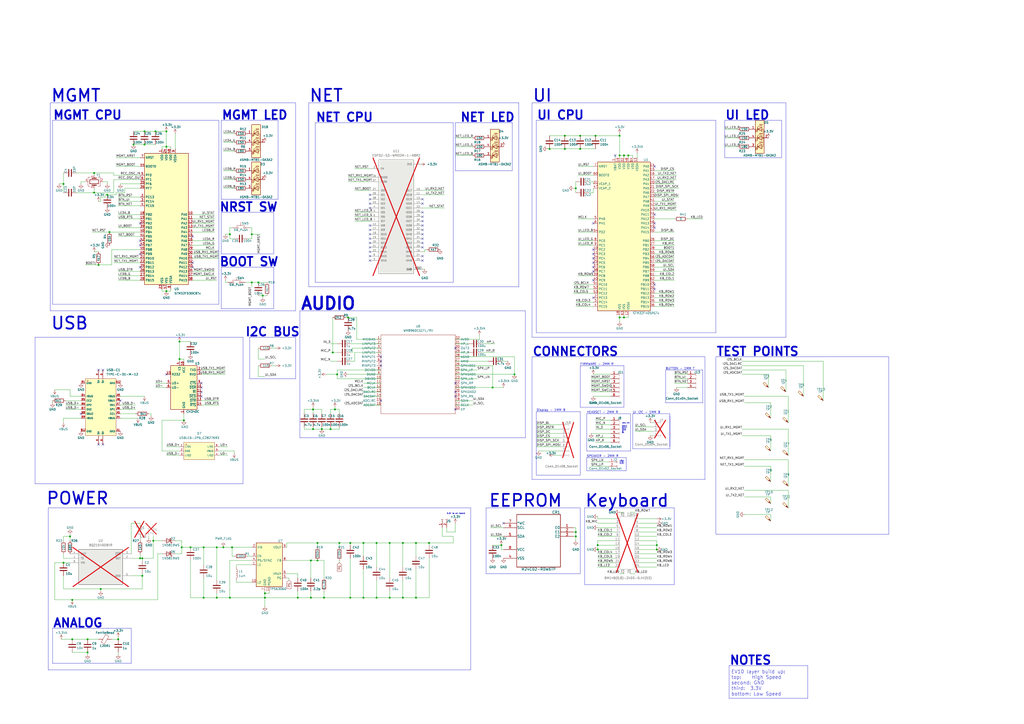
<source format=kicad_sch>
(kicad_sch (version 20231120) (generator "eeschema") (generator_version "8.0")
  (paper "A2")
  (title_block (title "EV10.1") (date "2024-04-07") (rev "10.1") (company "CISCO SYSTEMS"))
  (junction (at 172.72 346.71))
  (junction (at 346.71 318.77))
  (junction (at 180.34 325.12))
  (junction (at 152.4 171.45))
  (junction (at 96.52 168.91))
  (junction (at 82.55 334.01))
  (junction (at 334.01 109.22))
  (junction (at 50.8 378.46))
  (junction (at 58.42 341.63))
  (junction (at 149.86 163.83))
  (junction (at 184.15 314.96))
  (junction (at 54.61 111.76))
  (junction (at 210.82 314.96))
  (junction (at 106.68 243.84))
  (junction (at 241.3 314.96))
  (junction (at 346.71 316.23))
  (junction (at 57.15 153.67))
  (junction (at 226.06 314.96))
  (junction (at 194.31 237.49))
  (junction (at 77.47 83.82))
  (junction (at 345.44 78.74))
  (junction (at 81.28 323.85))
  (junction (at 336.55 86.36))
  (junction (at 359.41 90.17))
  (junction (at 96.52 85.09))
  (junction (at 359.41 184.15))
  (junction (at 133.35 135.89))
  (junction (at 218.44 346.71))
  (junction (at 82.55 323.85))
  (junction (at 118.11 317.5))
  (junction (at 153.67 344.17))
  (junction (at 327.66 78.74))
  (junction (at 153.67 346.71))
  (junction (at 181.61 248.92))
  (junction (at 381 316.23))
  (junction (at 290.83 316.23))
  (junction (at 203.2 346.71))
  (junction (at 181.61 237.49))
  (junction (at 233.68 346.71))
  (junction (at 50.8 370.84))
  (junction (at 210.82 346.71))
  (junction (at 334.01 308.61))
  (junction (at 361.95 90.17))
  (junction (at 327.66 86.36))
  (junction (at 125.73 346.71))
  (junction (at 381 318.77))
  (junction (at 90.17 76.2))
  (junction (at 133.35 346.71))
  (junction (at 336.55 78.74))
  (junction (at 68.58 370.84))
  (junction (at 118.11 346.71))
  (junction (at 105.41 317.5))
  (junction (at 334.01 311.15))
  (junction (at 41.91 347.98))
  (junction (at 195.58 217.17))
  (junction (at 285.75 224.79))
  (junction (at 134.62 317.5))
  (junction (at 248.92 314.96))
  (junction (at 201.93 184.15))
  (junction (at 180.34 346.71))
  (junction (at 40.64 311.15))
  (junction (at 96.52 76.2))
  (junction (at 125.73 317.5))
  (junction (at 187.96 346.71))
  (junction (at 62.23 113.03))
  (junction (at 63.5 134.62))
  (junction (at 196.85 314.96))
  (junction (at 88.9 313.69))
  (junction (at 184.15 325.12))
  (junction (at 83.82 76.2))
  (junction (at 203.2 314.96))
  (junction (at 146.05 135.89))
  (junction (at 191.77 248.92))
  (junction (at 298.45 217.17))
  (junction (at 318.77 86.36))
  (junction (at 110.49 317.5))
  (junction (at 129.54 317.5))
  (junction (at 241.3 346.71))
  (junction (at 193.04 204.47))
  (junction (at 36.83 106.68))
  (junction (at 83.82 83.82))
  (junction (at 359.41 78.74))
  (junction (at 41.91 370.84))
  (junction (at 226.06 346.71))
  (junction (at 361.95 184.15))
  (junction (at 146.05 163.83))
  (junction (at 233.68 314.96))
  (junction (at 218.44 314.96))
  (junction (at 364.49 90.17))
  (junction (at 104.14 208.28))
  (junction (at 36.83 326.39))
  (junction (at 54.61 100.33))
  (junction (at 104.14 198.12))
  (junction (at 186.69 248.92))
  (no_connect (at 116.84 222.25))
  (no_connect (at 379.73 132.08))
  (no_connect (at 111.76 152.4))
  (no_connect (at 344.17 172.72))
  (no_connect (at 57.15 214.63))
  (no_connect (at 214.63 113.03))
  (no_connect (at 245.11 148.59))
  (no_connect (at 245.11 133.35))
  (no_connect (at 344.17 154.94))
  (no_connect (at 81.28 154.94))
  (no_connect (at 111.76 154.94))
  (no_connect (at 214.63 151.13))
  (no_connect (at 344.17 162.56))
  (no_connect (at 264.16 237.49))
  (no_connect (at 245.11 128.27))
  (no_connect (at 344.17 152.4))
  (no_connect (at 220.98 232.41))
  (no_connect (at 214.63 146.05))
  (no_connect (at 214.63 118.11))
  (no_connect (at 245.11 135.89))
  (no_connect (at 81.28 142.24))
  (no_connect (at 57.15 257.81))
  (no_connect (at 214.63 133.35))
  (no_connect (at 245.11 118.11))
  (no_connect (at 214.63 148.59))
  (no_connect (at 245.11 130.81))
  (no_connect (at 214.63 140.97))
  (no_connect (at 245.11 143.51))
  (no_connect (at 96.52 217.17))
  (no_connect (at 264.16 229.87))
  (no_connect (at 220.98 209.55))
  (no_connect (at 344.17 149.86))
  (no_connect (at 46.99 240.03))
  (no_connect (at 245.11 138.43))
  (no_connect (at 379.73 129.54))
  (no_connect (at 214.63 135.89))
  (no_connect (at 379.73 167.64))
  (no_connect (at 356.87 90.17))
  (no_connect (at 214.63 138.43))
  (no_connect (at 116.84 229.87))
  (no_connect (at 344.17 157.48))
  (no_connect (at 59.69 257.81))
  (no_connect (at 59.69 214.63))
  (no_connect (at 81.28 129.54))
  (no_connect (at 220.98 207.01))
  (no_connect (at 214.63 120.65))
  (no_connect (at 245.11 115.57))
  (no_connect (at 69.85 232.41))
  (no_connect (at 264.16 227.33))
  (no_connect (at 344.17 144.78))
  (no_connect (at 81.28 147.32))
  (no_connect (at 245.11 125.73))
  (no_connect (at 245.11 151.13))
  (no_connect (at 292.1 303.53))
  (no_connect (at 379.73 124.46))
  (no_connect (at 116.84 224.79))
  (no_connect (at 214.63 143.51))
  (no_connect (at 214.63 130.81))
  (no_connect (at 264.16 201.93))
  (no_connect (at 220.98 212.09))
  (no_connect (at 245.11 140.97))
  (no_connect (at 264.16 222.25))
  (no_connect (at 245.11 123.19))
  (no_connect (at 379.73 96.52))
  (no_connect (at 214.63 115.57))
  (no_connect (at 111.76 137.16))
  (no_connect (at 116.84 227.33))
  (no_connect (at 81.28 139.7))
  (no_connect (at 344.17 147.32))
  (no_connect (at 344.17 129.54))
  (no_connect (at 379.73 165.1))
  (wire (pts (xy 346.71 313.69) (xy 346.71 316.23)))
  (wire (pts (xy 346.71 323.85) (xy 356.87 323.85)))
  (wire (pts (xy 359.41 297.18) (xy 361.95 297.18)))
  (polyline (pts (xy 140.97 280.67) (xy 20.32 280.67)))
  (wire (pts (xy 111.76 160.02) (xy 124.46 160.02)))
  (polyline (pts (xy 407.67 214.63) (xy 407.67 233.68)))
  (polyline (pts (xy 264.16 71.12) (xy 297.18 71.12)))
  (wire (pts (xy 167.64 335.28) (xy 166.37 335.28)))
  (wire (pts (xy 466.09 212.09) (xy 466.09 229.87)))
  (wire (pts (xy 36.83 311.15) (xy 40.64 311.15)))
  (wire (pts (xy 83.82 83.82) (xy 90.17 83.82)))
  (wire (pts (xy 129.54 99.06) (xy 135.89 99.06)))
  (wire (pts (xy 204.47 201.93) (xy 204.47 204.47)))
  (wire (pts (xy 99.06 168.91) (xy 96.52 168.91)))
  (wire (pts (xy 391.16 219.71) (xy 398.78 219.71)))
  (wire (pts (xy 359.41 184.15) (xy 361.95 184.15)))
  (wire (pts (xy 334.01 308.61) (xy 334.01 311.15)))
  (wire (pts (xy 86.36 311.15) (xy 86.36 312.42)))
  (wire (pts (xy 256.54 311.15) (xy 256.54 306.07)))
  (polyline (pts (xy 308.61 195.58) (xy 308.61 59.69)))
  (wire (pts (xy 146.05 325.12) (xy 133.35 325.12)))
  (wire (pts (xy 38.1 232.41) (xy 46.99 232.41)))
  (wire (pts (xy 105.41 317.5) (xy 105.41 321.31)))
  (wire (pts (xy 160.02 212.09) (xy 157.48 212.09)))
  (wire (pts (xy 332.74 109.22) (xy 334.01 109.22)))
  (wire (pts (xy 111.76 147.32) (xy 127 147.32)))
  (polyline (pts (xy 27.94 294.64) (xy 31.75 294.64)))
  (wire (pts (xy 104.14 259.08) (xy 96.52 259.08)))
  (wire (pts (xy 96.52 85.09) (xy 96.52 76.2)))
  (wire (pts (xy 233.68 346.71) (xy 241.3 346.71)))
  (wire (pts (xy 335.28 142.24) (xy 344.17 142.24)))
  (wire (pts (xy 336.55 86.36) (xy 345.44 86.36)))
  (wire (pts (xy 246.38 144.78) (xy 246.38 146.05)))
  (wire (pts (xy 379.73 104.14) (xy 392.43 104.14)))
  (polyline (pts (xy 300.99 166.37) (xy 179.07 166.37)))
  (wire (pts (xy 125.73 346.71) (xy 133.35 346.71)))
  (wire (pts (xy 205.74 97.79) (xy 214.63 97.79)))
  (wire (pts (xy 132.08 163.83) (xy 130.81 163.83)))
  (polyline (pts (xy 336.55 212.09) (xy 361.95 212.09)))
  (polyline (pts (xy 336.55 275.59) (xy 311.15 275.59)))
  (wire (pts (xy 172.72 342.9) (xy 172.72 346.71)))
  (wire (pts (xy 210.82 227.33) (xy 220.98 227.33)))
  (wire (pts (xy 342.9 222.25) (xy 354.33 222.25)))
  (wire (pts (xy 116.84 214.63) (xy 130.81 214.63)))
  (wire (pts (xy 346.71 328.93) (xy 356.87 328.93)))
  (wire (pts (xy 157.48 201.93) (xy 160.02 201.93)))
  (wire (pts (xy 59.69 105.41) (xy 62.23 105.41)))
  (wire (pts (xy 41.91 378.46) (xy 50.8 378.46)))
  (wire (pts (xy 431.8 270.51) (xy 447.04 270.51)))
  (wire (pts (xy 133.35 325.12) (xy 133.35 346.71)))
  (wire (pts (xy 359.41 182.88) (xy 359.41 184.15)))
  (wire (pts (xy 241.3 346.71) (xy 248.92 346.71)))
  (wire (pts (xy 220.98 217.17) (xy 201.93 217.17)))
  (wire (pts (xy 31.75 326.39) (xy 36.83 326.39)))
  (wire (pts (xy 60.96 113.03) (xy 62.23 113.03)))
  (polyline (pts (xy 273.05 388.62) (xy 27.94 388.62)))
  (wire (pts (xy 101.6 77.47) (xy 101.6 86.36)))
  (wire (pts (xy 193.04 184.15) (xy 193.04 204.47)))
  (wire (pts (xy 110.49 325.12) (xy 110.49 346.71)))
  (wire (pts (xy 210.82 222.25) (xy 220.98 222.25)))
  (wire (pts (xy 264.16 209.55) (xy 283.21 209.55)))
  (polyline (pts (xy 421.64 69.85) (xy 453.39 69.85)))
  (wire (pts (xy 135.89 261.62) (xy 135.89 262.89)))
  (wire (pts (xy 245.11 156.21) (xy 246.38 156.21)))
  (wire (pts (xy 191.77 199.39) (xy 195.58 199.39)))
  (wire (pts (xy 191.77 247.65) (xy 191.77 248.92)))
  (wire (pts (xy 77.47 83.82) (xy 83.82 83.82)))
  (wire (pts (xy 344.17 106.68) (xy 344.17 105.41)))
  (polyline (pts (xy 140.97 195.58) (xy 140.97 280.67)))
  (wire (pts (xy 262.89 311.15) (xy 262.89 314.96)))
  (wire (pts (xy 49.53 105.41) (xy 46.99 105.41)))
  (polyline (pts (xy 304.8 254) (xy 304.8 180.34)))
  (wire (pts (xy 218.44 328.93) (xy 218.44 314.96)))
  (wire (pts (xy 245.11 120.65) (xy 257.81 120.65)))
  (wire (pts (xy 111.76 134.62) (xy 124.46 134.62)))
  (wire (pts (xy 379.73 127) (xy 391.16 127)))
  (wire (pts (xy 327.66 78.74) (xy 336.55 78.74)))
  (wire (pts (xy 176.53 248.92) (xy 181.61 248.92)))
  (wire (pts (xy 264.16 217.17) (xy 298.45 217.17)))
  (wire (pts (xy 335.28 96.52) (xy 344.17 96.52)))
  (wire (pts (xy 76.2 334.01) (xy 82.55 334.01)))
  (polyline (pts (xy 415.29 193.04) (xy 415.29 69.85)))
  (wire (pts (xy 96.52 85.09) (xy 96.52 86.36)))
  (wire (pts (xy 166.37 325.12) (xy 180.34 325.12)))
  (wire (pts (xy 379.73 101.6) (xy 392.43 101.6)))
  (wire (pts (xy 345.44 256.54) (xy 354.33 256.54)))
  (wire (pts (xy 346.71 311.15) (xy 356.87 311.15)))
  (wire (pts (xy 205.74 110.49) (xy 214.63 110.49)))
  (wire (pts (xy 50.8 370.84) (xy 57.15 370.84)))
  (wire (pts (xy 31.75 326.39) (xy 31.75 347.98)))
  (wire (pts (xy 36.83 313.69) (xy 36.83 311.15)))
  (wire (pts (xy 153.67 342.9) (xy 153.67 344.17)))
  (wire (pts (xy 345.44 78.74) (xy 359.41 78.74)))
  (wire (pts (xy 87.63 240.03) (xy 86.36 240.03)))
  (wire (pts (xy 116.84 217.17) (xy 130.81 217.17)))
  (wire (pts (xy 187.96 342.9) (xy 187.96 346.71)))
  (wire (pts (xy 392.43 224.79) (xy 398.78 224.79)))
  (wire (pts (xy 133.35 346.71) (xy 153.67 346.71)))
  (polyline (pts (xy 391.16 294.64) (xy 339.09 294.64)))
  (wire (pts (xy 196.85 237.49) (xy 194.31 237.49)))
  (wire (pts (xy 210.82 322.58) (xy 210.82 314.96)))
  (wire (pts (xy 379.73 154.94) (xy 391.16 154.94)))
  (wire (pts (xy 64.77 144.78) (xy 64.77 153.67)))
  (wire (pts (xy 58.42 114.3) (xy 60.96 114.3)))
  (wire (pts (xy 457.2 284.48) (xy 457.2 294.64)))
  (wire (pts (xy 264.16 214.63) (xy 276.86 214.63)))
  (wire (pts (xy 184.15 314.96) (xy 196.85 314.96)))
  (wire (pts (xy 129.54 77.47) (xy 135.89 77.47)))
  (wire (pts (xy 204.47 201.93) (xy 220.98 201.93)))
  (wire (pts (xy 38.1 234.95) (xy 46.99 234.95)))
  (wire (pts (xy 149.86 218.44) (xy 153.67 218.44)))
  (wire (pts (xy 116.84 234.95) (xy 127 234.95)))
  (wire (pts (xy 259.08 306.07) (xy 259.08 308.61)))
  (wire (pts (xy 53.34 134.62) (xy 63.5 134.62)))
  (wire (pts (xy 69.85 229.87) (xy 83.82 229.87)))
  (wire (pts (xy 346.71 318.77) (xy 356.87 318.77)))
  (wire (pts (xy 335.28 139.7) (xy 344.17 139.7)))
  (wire (pts (xy 359.41 90.17) (xy 361.95 90.17)))
  (wire (pts (xy 135.89 138.43) (xy 133.35 138.43)))
  (wire (pts (xy 346.71 316.23) (xy 346.71 318.77)))
  (wire (pts (xy 196.85 237.49) (xy 196.85 240.03)))
  (wire (pts (xy 226.06 314.96) (xy 233.68 314.96)))
  (wire (pts (xy 111.76 162.56) (xy 125.73 162.56)))
  (wire (pts (xy 334.01 109.22) (xy 334.01 111.76)))
  (polyline (pts (xy 30.48 370.84) (xy 30.48 384.81)))
  (wire (pts (xy 69.85 234.95) (xy 78.74 234.95)))
  (polyline (pts (xy 365.76 261.62) (xy 340.36 261.62)))
  (wire (pts (xy 264.16 212.09) (xy 285.75 212.09)))
  (wire (pts (xy 210.82 330.2) (xy 210.82 346.71)))
  (wire (pts (xy 96.52 167.64) (xy 96.52 168.91)))
  (polyline (pts (xy 161.29 115.57) (xy 128.27 115.57)))
  (wire (pts (xy 166.37 314.96) (xy 184.15 314.96)))
  (polyline (pts (xy 311.15 238.76) (xy 336.55 238.76)))
  (wire (pts (xy 359.41 184.15) (xy 359.41 186.69)))
  (polyline (pts (xy 128.27 69.85) (xy 161.29 69.85)))
  (wire (pts (xy 134.62 322.58) (xy 135.89 322.58)))
  (polyline (pts (xy 171.45 219.71) (xy 171.45 195.58)))
  (wire (pts (xy 191.77 237.49) (xy 191.77 240.03)))
  (polyline (pts (xy 27.94 388.62) (xy 27.94 294.64)))
  (wire (pts (xy 332.74 308.61) (xy 334.01 308.61)))
  (wire (pts (xy 218.44 314.96) (xy 226.06 314.96)))
  (wire (pts (xy 245.11 110.49) (xy 257.81 110.49)))
  (wire (pts (xy 245.11 113.03) (xy 257.81 113.03)))
  (wire (pts (xy 346.71 316.23) (xy 356.87 316.23)))
  (wire (pts (xy 398.78 127) (xy 407.67 127)))
  (wire (pts (xy 391.16 222.25) (xy 398.78 222.25)))
  (wire (pts (xy 427.99 85.09) (xy 420.37 85.09)))
  (wire (pts (xy 129.54 317.5) (xy 134.62 317.5)))
  (wire (pts (xy 82.55 332.74) (xy 82.55 334.01)))
  (wire (pts (xy 226.06 346.71) (xy 233.68 346.71)))
  (wire (pts (xy 30.48 232.41) (xy 30.48 233.68)))
  (wire (pts (xy 318.77 78.74) (xy 327.66 78.74)))
  (wire (pts (xy 344.17 229.87) (xy 354.33 229.87)))
  (wire (pts (xy 370.84 300.99) (xy 381 300.99)))
  (wire (pts (xy 69.85 237.49) (xy 78.74 237.49)))
  (wire (pts (xy 176.53 237.49) (xy 176.53 240.03)))
  (polyline (pts (xy 422.91 386.08) (xy 468.63 386.08)))
  (wire (pts (xy 76.2 303.53) (xy 76.2 321.31)))
  (wire (pts (xy 90.17 222.25) (xy 96.52 222.25)))
  (wire (pts (xy 35.56 370.84) (xy 41.91 370.84)))
  (wire (pts (xy 129.54 87.63) (xy 135.89 87.63)))
  (wire (pts (xy 477.52 209.55) (xy 477.52 232.41)))
  (wire (pts (xy 67.31 111.76) (xy 67.31 113.03)))
  (polyline (pts (xy 308.61 278.13) (xy 308.61 207.01)))
  (wire (pts (xy 153.67 344.17) (xy 153.67 346.71)))
  (wire (pts (xy 427.99 74.93) (xy 420.37 74.93)))
  (wire (pts (xy 152.4 171.45) (xy 154.94 171.45)))
  (wire (pts (xy 379.73 172.72) (xy 391.16 172.72)))
  (wire (pts (xy 359.41 77.47) (xy 359.41 78.74)))
  (polyline (pts (xy 304.8 180.34) (xy 181.61 180.34)))
  (wire (pts (xy 201.93 105.41) (xy 214.63 105.41)))
  (wire (pts (xy 125.73 317.5) (xy 129.54 317.5)))
  (wire (pts (xy 430.53 248.92) (xy 457.2 248.92)))
  (polyline (pts (xy 342.9 240.03) (xy 365.76 240.03)))
  (wire (pts (xy 91.44 321.31) (xy 93.98 321.31)))
  (wire (pts (xy 218.44 336.55) (xy 218.44 346.71)))
  (wire (pts (xy 248.92 346.71) (xy 248.92 323.85)))
  (wire (pts (xy 334.01 177.8) (xy 344.17 177.8)))
  (wire (pts (xy 207.01 196.85) (xy 220.98 196.85)))
  (wire (pts (xy 172.72 332.74) (xy 166.37 332.74)))
  (wire (pts (xy 361.95 90.17) (xy 364.49 90.17)))
  (wire (pts (xy 205.74 204.47) (xy 205.74 209.55)))
  (wire (pts (xy 345.44 243.84) (xy 354.33 243.84)))
  (wire (pts (xy 106.68 208.28) (xy 106.68 209.55)))
  (wire (pts (xy 274.32 85.09) (xy 264.16 85.09)))
  (wire (pts (xy 203.2 199.39) (xy 220.98 199.39)))
  (wire (pts (xy 81.28 144.78) (xy 64.77 144.78)))
  (wire (pts (xy 379.73 116.84) (xy 391.16 116.84)))
  (wire (pts (xy 186.69 248.92) (xy 186.69 247.65)))
  (wire (pts (xy 332.74 306.07) (xy 334.01 306.07)))
  (wire (pts (xy 36.83 341.63) (xy 36.83 334.01)))
  (wire (pts (xy 318.77 86.36) (xy 327.66 86.36)))
  (wire (pts (xy 49.53 153.67) (xy 57.15 153.67)))
  (polyline (pts (xy 408.94 278.13) (xy 308.61 278.13)))
  (wire (pts (xy 144.78 132.08) (xy 146.05 132.08)))
  (polyline (pts (xy 336.55 236.22) (xy 336.55 212.09)))
  (polyline (pts (xy 297.18 99.06) (xy 264.16 99.06)))
  (wire (pts (xy 181.61 237.49) (xy 176.53 237.49)))
  (wire (pts (xy 445.77 217.17) (xy 445.77 224.79)))
  (wire (pts (xy 379.73 147.32) (xy 391.16 147.32)))
  (wire (pts (xy 364.49 90.17) (xy 364.49 91.44)))
  (polyline (pts (xy 297.18 71.12) (xy 297.18 99.06)))
  (wire (pts (xy 118.11 317.5) (xy 125.73 317.5)))
  (wire (pts (xy 290.83 318.77) (xy 290.83 316.23)))
  (polyline (pts (xy 453.39 69.85) (xy 453.39 91.44)))
  (wire (pts (xy 68.58 114.3) (xy 81.28 114.3)))
  (wire (pts (xy 110.49 317.5) (xy 118.11 317.5)))
  (wire (pts (xy 88.9 313.69) (xy 93.98 313.69)))
  (wire (pts (xy 68.58 124.46) (xy 81.28 124.46)))
  (wire (pts (xy 207.01 196.85) (xy 207.01 184.15)))
  (wire (pts (xy 69.85 240.03) (xy 78.74 240.03)))
  (wire (pts (xy 68.58 378.46) (xy 68.58 379.73)))
  (wire (pts (xy 259.08 308.61) (xy 264.16 308.61)))
  (wire (pts (xy 186.69 237.49) (xy 181.61 237.49)))
  (wire (pts (xy 186.69 237.49) (xy 186.69 240.03)))
  (wire (pts (xy 344.17 111.76) (xy 341.63 111.76)))
  (wire (pts (xy 359.41 332.74) (xy 361.95 332.74)))
  (wire (pts (xy 130.81 163.83) (xy 130.81 162.56)))
  (wire (pts (xy 200.66 184.15) (xy 201.93 184.15)))
  (wire (pts (xy 69.85 106.68) (xy 81.28 106.68)))
  (wire (pts (xy 105.41 313.69) (xy 105.41 317.5)))
  (wire (pts (xy 332.74 311.15) (xy 334.01 311.15)))
  (polyline (pts (xy 339.09 339.09) (xy 391.16 339.09)))
  (wire (pts (xy 334.01 306.07) (xy 334.01 308.61)))
  (wire (pts (xy 83.82 76.2) (xy 90.17 76.2)))
  (wire (pts (xy 370.84 323.85) (xy 381 323.85)))
  (wire (pts (xy 104.14 198.12) (xy 110.49 198.12)))
  (wire (pts (xy 93.98 261.62) (xy 93.98 243.84)))
  (wire (pts (xy 346.71 321.31) (xy 356.87 321.31)))
  (wire (pts (xy 195.58 214.63) (xy 220.98 214.63)))
  (wire (pts (xy 243.84 95.25) (xy 245.11 95.25)))
  (wire (pts (xy 64.77 370.84) (xy 68.58 370.84)))
  (wire (pts (xy 118.11 327.66) (xy 118.11 317.5)))
  (wire (pts (xy 152.4 172.72) (xy 152.4 171.45)))
  (wire (pts (xy 127 259.08) (xy 132.08 259.08)))
  (wire (pts (xy 379.73 157.48) (xy 391.16 157.48)))
  (wire (pts (xy 205.74 125.73) (xy 214.63 125.73)))
  (wire (pts (xy 379.73 119.38) (xy 392.43 119.38)))
  (wire (pts (xy 368.3 332.74) (xy 365.76 332.74)))
  (wire (pts (xy 370.84 308.61) (xy 381 308.61)))
  (wire (pts (xy 332.74 170.18) (xy 344.17 170.18)))
  (wire (pts (xy 41.91 347.98) (xy 91.44 347.98)))
  (wire (pts (xy 391.16 217.17) (xy 398.78 217.17)))
  (wire (pts (xy 205.74 204.47) (xy 220.98 204.47)))
  (wire (pts (xy 318.77 86.36) (xy 317.5 86.36)))
  (wire (pts (xy 361.95 90.17) (xy 361.95 91.44)))
  (wire (pts (xy 125.73 336.55) (xy 125.73 317.5)))
  (wire (pts (xy 346.71 300.99) (xy 356.87 300.99)))
  (wire (pts (xy 226.06 335.28) (xy 226.06 314.96)))
  (wire (pts (xy 196.85 247.65) (xy 196.85 248.92)))
  (wire (pts (xy 54.61 100.33) (xy 54.61 101.6)))
  (polyline (pts (xy 304.8 254) (xy 173.99 254)))
  (wire (pts (xy 149.86 212.09) (xy 149.86 218.44)))
  (wire (pts (xy 93.98 85.09) (xy 96.52 85.09)))
  (wire (pts (xy 344.17 105.41) (xy 341.63 105.41)))
  (wire (pts (xy 44.45 111.76) (xy 54.61 111.76)))
  (wire (pts (xy 342.9 270.51) (xy 353.06 270.51)))
  (wire (pts (xy 193.04 204.47) (xy 195.58 204.47)))
  (wire (pts (xy 146.05 163.83) (xy 149.86 163.83)))
  (wire (pts (xy 99.06 85.09) (xy 96.52 85.09)))
  (wire (pts (xy 248.92 314.96) (xy 262.89 314.96)))
  (wire (pts (xy 66.04 149.86) (xy 81.28 149.86)))
  (wire (pts (xy 106.68 240.03) (xy 106.68 243.84)))
  (wire (pts (xy 142.24 163.83) (xy 146.05 163.83)))
  (polyline (pts (xy 336.55 294.64) (xy 336.55 332.74)))
  (wire (pts (xy 447.04 270.51) (xy 447.04 279.4)))
  (wire (pts (xy 54.61 109.22) (xy 54.61 111.76)))
  (polyline (pts (xy 281.94 294.64) (xy 336.55 294.64)))
  (wire (pts (xy 241.3 330.2) (xy 241.3 346.71)))
  (wire (pts (xy 58.42 341.63) (xy 82.55 341.63)))
  (wire (pts (xy 334.01 175.26) (xy 344.17 175.26)))
  (wire (pts (xy 370.84 313.69) (xy 381 313.69)))
  (wire (pts (xy 292.1 318.77) (xy 290.83 318.77)))
  (wire (pts (xy 153.67 346.71) (xy 172.72 346.71)))
  (wire (pts (xy 66.04 111.76) (xy 54.61 111.76)))
  (polyline (pts (xy 181.61 180.34) (xy 173.99 180.34)))
  (polyline (pts (xy 308.61 207.01) (xy 408.94 207.01)))
  (wire (pts (xy 36.83 106.68) (xy 36.83 111.76)))
  (polyline (pts (xy 20.32 280.67) (xy 20.32 195.58)))
  (polyline (pts (xy 127 69.85) (xy 127 176.53)))
  (wire (pts (xy 327.66 86.36) (xy 336.55 86.36)))
  (wire (pts (xy 111.76 127) (xy 124.46 127)))
  (wire (pts (xy 203.2 346.71) (xy 210.82 346.71)))
  (wire (pts (xy 205.74 209.55) (xy 203.2 209.55)))
  (wire (pts (xy 342.9 251.46) (xy 354.33 251.46)))
  (wire (pts (xy 82.55 325.12) (xy 82.55 323.85)))
  (wire (pts (xy 166.37 314.96) (xy 166.37 317.5)))
  (wire (pts (xy 133.35 138.43) (xy 133.35 135.89)))
  (wire (pts (xy 67.31 91.44) (xy 81.28 91.44)))
  (wire (pts (xy 356.87 91.44) (xy 356.87 90.17)))
  (wire (pts (xy 264.16 303.53) (xy 264.16 308.61)))
  (wire (pts (xy 264.16 219.71) (xy 276.86 219.71)))
  (wire (pts (xy 40.64 311.15) (xy 40.64 309.88)))
  (wire (pts (xy 180.34 342.9) (xy 180.34 346.71)))
  (wire (pts (xy 99.06 167.64) (xy 99.06 168.91)))
  (polyline (pts (xy 420.37 69.85) (xy 421.64 69.85)))
  (wire (pts (xy 93.98 167.64) (xy 93.98 168.91)))
  (polyline (pts (xy 361.95 236.22) (xy 336.55 236.22)))
  (polyline (pts (xy 128.27 69.85) (xy 128.27 115.57)))
  (wire (pts (xy 36.83 321.31) (xy 36.83 323.85)))
  (wire (pts (xy 204.47 204.47) (xy 203.2 204.47)))
  (wire (pts (xy 36.83 106.68) (xy 34.29 106.68)))
  (wire (pts (xy 370.84 316.23) (xy 381 316.23)))
  (wire (pts (xy 210.82 234.95) (xy 220.98 234.95)))
  (wire (pts (xy 369.57 88.9) (xy 369.57 91.44)))
  (wire (pts (xy 76.2 323.85) (xy 81.28 323.85)))
  (wire (pts (xy 359.41 90.17) (xy 359.41 91.44)))
  (wire (pts (xy 430.53 214.63) (xy 455.93 214.63)))
  (wire (pts (xy 180.34 346.71) (xy 187.96 346.71)))
  (wire (pts (xy 311.15 256.54) (xy 325.12 256.54)))
  (wire (pts (xy 90.17 76.2) (xy 96.52 76.2)))
  (polyline (pts (xy 311.15 193.04) (xy 415.29 193.04)))
  (wire (pts (xy 69.85 242.57) (xy 80.01 242.57)))
  (wire (pts (xy 241.3 314.96) (xy 248.92 314.96)))
  (wire (pts (xy 361.95 184.15) (xy 364.49 184.15)))
  (wire (pts (xy 447.04 252.73) (xy 447.04 261.62)))
  (polyline (pts (xy 363.22 265.43) (xy 363.22 273.05)))
  (wire (pts (xy 36.83 242.57) (xy 46.99 242.57)))
  (wire (pts (xy 345.44 254) (xy 354.33 254)))
  (polyline (pts (xy 76.2 364.49) (xy 30.48 364.49)))
  (wire (pts (xy 342.9 219.71) (xy 354.33 219.71)))
  (wire (pts (xy 379.73 144.78) (xy 391.16 144.78)))
  (wire (pts (xy 194.31 237.49) (xy 191.77 237.49)))
  (polyline (pts (xy 311.15 238.76) (xy 311.15 275.59)))
  (wire (pts (xy 77.47 76.2) (xy 83.82 76.2)))
  (wire (pts (xy 44.45 100.33) (xy 54.61 100.33)))
  (polyline (pts (xy 262.89 163.83) (xy 262.89 71.12)))
  (wire (pts (xy 176.53 247.65) (xy 176.53 248.92)))
  (wire (pts (xy 346.71 313.69) (xy 356.87 313.69)))
  (wire (pts (xy 156.21 344.17) (xy 153.67 344.17)))
  (polyline (pts (xy 171.45 180.34) (xy 29.21 180.34)))
  (polyline (pts (xy 339.09 294.64) (xy 339.09 294.64)))
  (wire (pts (xy 127 264.16) (xy 132.08 264.16)))
  (wire (pts (xy 181.61 247.65) (xy 181.61 248.92)))
  (wire (pts (xy 379.73 134.62) (xy 391.16 134.62)))
  (wire (pts (xy 58.42 342.9) (xy 58.42 341.63)))
  (wire (pts (xy 264.16 199.39) (xy 271.78 199.39)))
  (polyline (pts (xy 455.93 195.58) (xy 308.61 195.58)))
  (polyline (pts (xy 340.36 273.05) (xy 340.36 265.43)))
  (wire (pts (xy 72.39 111.76) (xy 67.31 111.76)))
  (polyline (pts (xy 76.2 384.81) (xy 76.2 364.49)))
  (wire (pts (xy 105.41 321.31) (xy 101.6 321.31)))
  (polyline (pts (xy 171.45 195.58) (xy 144.78 195.58)))
  (wire (pts (xy 334.01 311.15) (xy 334.01 313.69)))
  (wire (pts (xy 104.14 208.28) (xy 106.68 208.28)))
  (polyline (pts (xy 20.32 195.58) (xy 140.97 195.58)))
  (wire (pts (xy 335.28 127) (xy 344.17 127)))
  (wire (pts (xy 311.15 251.46) (xy 325.12 251.46)))
  (wire (pts (xy 332.74 165.1) (xy 344.17 165.1)))
  (wire (pts (xy 248.92 316.23) (xy 248.92 314.96)))
  (wire (pts (xy 41.91 370.84) (xy 50.8 370.84)))
  (wire (pts (xy 195.58 214.63) (xy 195.58 217.17)))
  (wire (pts (xy 361.95 182.88) (xy 361.95 184.15)))
  (polyline (pts (xy 408.94 207.01) (xy 408.94 278.13)))
  (wire (pts (xy 104.14 198.12) (xy 104.14 208.28)))
  (wire (pts (xy 430.53 217.17) (xy 445.77 217.17)))
  (wire (pts (xy 153.67 346.71) (xy 153.67 351.79)))
  (wire (pts (xy 335.28 101.6) (xy 344.17 101.6)))
  (polyline (pts (xy 144.78 219.71) (xy 171.45 219.71)))
  (wire (pts (xy 104.14 208.28) (xy 104.14 209.55)))
  (wire (pts (xy 66.04 100.33) (xy 54.61 100.33)))
  (polyline (pts (xy 365.76 240.03) (xy 365.76 261.62)))
  (polyline (pts (xy 388.62 260.35) (xy 367.03 260.35)))
  (wire (pts (xy 66.04 152.4) (xy 81.28 152.4)))
  (wire (pts (xy 346.71 308.61) (xy 356.87 308.61)))
  (wire (pts (xy 342.9 224.79) (xy 354.33 224.79)))
  (polyline (pts (xy 311.15 69.85) (xy 415.29 69.85)))
  (wire (pts (xy 196.85 314.96) (xy 196.85 317.5)))
  (wire (pts (xy 93.98 243.84) (xy 106.68 243.84)))
  (wire (pts (xy 370.84 303.53) (xy 381 303.53)))
  (wire (pts (xy 143.51 138.43) (xy 146.05 138.43)))
  (wire (pts (xy 111.76 142.24) (xy 124.46 142.24)))
  (wire (pts (xy 118.11 346.71) (xy 125.73 346.71)))
  (wire (pts (xy 36.83 242.57) (xy 36.83 245.11)))
  (wire (pts (xy 66.04 101.6) (xy 81.28 101.6)))
  (wire (pts (xy 195.58 219.71) (xy 220.98 219.71)))
  (polyline (pts (xy 273.05 294.64) (xy 273.05 388.62)))
  (wire (pts (xy 370.84 306.07) (xy 381 306.07)))
  (polyline (pts (xy 179.07 166.37) (xy 179.07 59.69)))
  (wire (pts (xy 226.06 342.9) (xy 226.06 346.71)))
  (wire (pts (xy 187.96 346.71) (xy 203.2 346.71)))
  (wire (pts (xy 40.64 313.69) (xy 40.64 311.15)))
  (wire (pts (xy 336.55 78.74) (xy 345.44 78.74)))
  (wire (pts (xy 93.98 168.91) (xy 96.52 168.91)))
  (wire (pts (xy 93.98 261.62) (xy 104.14 261.62)))
  (polyline (pts (xy 453.39 91.44) (xy 420.37 91.44)))
  (wire (pts (xy 68.58 127) (xy 81.28 127)))
  (wire (pts (xy 370.84 321.31) (xy 381 321.31)))
  (wire (pts (xy 149.86 171.45) (xy 152.4 171.45)))
  (wire (pts (xy 68.58 162.56) (xy 81.28 162.56)))
  (wire (pts (xy 36.83 100.33) (xy 36.83 106.68)))
  (wire (pts (xy 346.71 303.53) (xy 356.87 303.53)))
  (wire (pts (xy 203.2 314.96) (xy 210.82 314.96)))
  (polyline (pts (xy 171.45 59.69) (xy 171.45 180.34)))
  (wire (pts (xy 38.1 237.49) (xy 46.99 237.49)))
  (wire (pts (xy 379.73 106.68) (xy 391.16 106.68)))
  (wire (pts (xy 247.65 144.78) (xy 246.38 144.78)))
  (wire (pts (xy 68.58 157.48) (xy 81.28 157.48)))
  (wire (pts (xy 345.44 246.38) (xy 354.33 246.38)))
  (wire (pts (xy 36.83 326.39) (xy 40.64 326.39)))
  (wire (pts (xy 134.62 317.5) (xy 134.62 322.58)))
  (wire (pts (xy 40.64 229.87) (xy 46.99 229.87)))
  (wire (pts (xy 54.61 146.05) (xy 57.15 146.05)))
  (wire (pts (xy 379.73 160.02) (xy 391.16 160.02)))
  (wire (pts (xy 312.42 261.62) (xy 325.12 261.62)))
  (wire (pts (xy 367.03 90.17) (xy 367.03 91.44)))
  (wire (pts (xy 379.73 170.18) (xy 391.16 170.18)))
  (wire (pts (xy 379.73 152.4) (xy 391.16 152.4)))
  (wire (pts (xy 335.28 160.02) (xy 344.17 160.02)))
  (polyline (pts (xy 173.99 254) (xy 173.99 252.73)))
  (wire (pts (xy 68.58 116.84) (xy 81.28 116.84)))
  (wire (pts (xy 96.52 264.16) (xy 104.14 264.16)))
  (polyline (pts (xy 30.48 364.49) (xy 30.48 370.84)))
  (wire (pts (xy 370.84 328.93) (xy 381 328.93)))
  (wire (pts (xy 66.04 101.6) (xy 66.04 100.33)))
  (polyline (pts (xy 339.09 294.64) (xy 339.09 339.09)))
  (wire (pts (xy 203.2 316.23) (xy 203.2 314.96)))
  (wire (pts (xy 81.28 321.31) (xy 81.28 323.85)))
  (wire (pts (xy 50.8 378.46) (xy 50.8 379.73)))
  (wire (pts (xy 264.16 232.41) (xy 274.32 232.41)))
  (wire (pts (xy 379.73 109.22) (xy 393.7 109.22)))
  (polyline (pts (xy 281.94 332.74) (xy 281.94 294.64)))
  (wire (pts (xy 342.9 227.33) (xy 354.33 227.33)))
  (wire (pts (xy 172.72 346.71) (xy 180.34 346.71)))
  (wire (pts (xy 58.42 341.63) (xy 36.83 341.63)))
  (wire (pts (xy 359.41 78.74) (xy 359.41 90.17)))
  (polyline (pts (xy 30.48 384.81) (xy 76.2 384.81)))
  (wire (pts (xy 111.76 149.86) (xy 127 149.86)))
  (wire (pts (xy 146.05 327.66) (xy 137.16 327.66)))
  (wire (pts (xy 457.2 248.92) (xy 457.2 264.16)))
  (wire (pts (xy 67.31 113.03) (xy 62.23 113.03)))
  (wire (pts (xy 184.15 314.96) (xy 184.15 317.5)))
  (wire (pts (xy 63.5 134.62) (xy 81.28 134.62)))
  (polyline (pts (xy 455.93 59.69) (xy 455.93 195.58)))
  (wire (pts (xy 143.51 322.58) (xy 146.05 322.58)))
  (wire (pts (xy 181.61 237.49) (xy 181.61 240.03)))
  (polyline (pts (xy 340.36 265.43) (xy 363.22 265.43)))
  (polyline (pts (xy 30.48 69.85) (xy 127 69.85)))
  (polyline (pts (xy 367.03 260.35) (xy 367.03 240.03)))
  (wire (pts (xy 66.04 104.14) (xy 66.04 111.76)))
  (wire (pts (xy 93.98 86.36) (xy 93.98 85.09)))
  (wire (pts (xy 68.58 137.16) (xy 81.28 137.16)))
  (wire (pts (xy 431.8 229.87) (xy 457.2 229.87)))
  (wire (pts (xy 46.99 105.41) (xy 46.99 106.68)))
  (wire (pts (xy 246.38 146.05) (xy 245.11 146.05)))
  (wire (pts (xy 62.23 105.41) (xy 62.23 106.68)))
  (wire (pts (xy 364.49 90.17) (xy 367.03 90.17)))
  (wire (pts (xy 290.83 316.23) (xy 285.75 316.23)))
  (wire (pts (xy 129.54 104.14) (xy 135.89 104.14)))
  (wire (pts (xy 181.61 248.92) (xy 186.69 248.92)))
  (wire (pts (xy 431.8 288.29) (xy 447.04 288.29)))
  (wire (pts (xy 146.05 132.08) (xy 146.05 135.89)))
  (wire (pts (xy 368.3 297.18) (xy 365.76 297.18)))
  (wire (pts (xy 264.16 234.95) (xy 274.32 234.95)))
  (wire (pts (xy 311.15 259.08) (xy 325.12 259.08)))
  (wire (pts (xy 57.15 153.67) (xy 64.77 153.67)))
  (wire (pts (xy 125.73 344.17) (xy 125.73 346.71)))
  (polyline (pts (xy 391.16 339.09) (xy 391.16 294.64)))
  (wire (pts (xy 68.58 119.38) (xy 81.28 119.38)))
  (wire (pts (xy 430.53 209.55) (xy 477.52 209.55)))
  (wire (pts (xy 40.64 226.06) (xy 40.64 229.87)))
  (polyline (pts (xy 386.08 214.63) (xy 407.67 214.63)))
  (wire (pts (xy 377.19 252.73) (xy 378.46 252.73)))
  (wire (pts (xy 364.49 182.88) (xy 364.49 184.15)))
  (wire (pts (xy 447.04 298.45) (xy 447.04 302.26)))
  (wire (pts (xy 431.8 266.7) (xy 457.2 266.7)))
  (wire (pts (xy 187.96 335.28) (xy 187.96 325.12)))
  (wire (pts (xy 110.49 346.71) (xy 118.11 346.71)))
  (wire (pts (xy 129.54 109.22) (xy 135.89 109.22)))
  (wire (pts (xy 149.86 201.93) (xy 149.86 208.28)))
  (polyline (pts (xy 173.99 180.34) (xy 173.99 252.73)))
  (polyline (pts (xy 388.62 240.03) (xy 388.62 260.35)))
  (wire (pts (xy 379.73 121.92) (xy 392.43 121.92)))
  (wire (pts (xy 88.9 313.69) (xy 88.9 311.15)))
  (polyline (pts (xy 422.91 386.08) (xy 422.91 405.13)))
  (polyline (pts (xy 182.88 163.83) (xy 262.89 163.83)))
  (wire (pts (xy 278.13 196.85) (xy 278.13 194.31)))
  (wire (pts (xy 457.2 245.11) (xy 457.2 229.87)))
  (wire (pts (xy 379.73 162.56) (xy 391.16 162.56)))
  (wire (pts (xy 68.58 160.02) (xy 81.28 160.02)))
  (wire (pts (xy 111.76 144.78) (xy 124.46 144.78)))
  (wire (pts (xy 81.28 312.42) (xy 81.28 313.69)))
  (polyline (pts (xy 29.21 180.34) (xy 29.21 59.69)))
  (wire (pts (xy 256.54 311.15) (xy 262.89 311.15)))
  (polyline (pts (xy 144.78 195.58) (xy 144.78 219.71)))
  (wire (pts (xy 346.71 299.72) (xy 346.71 300.99)))
  (polyline (pts (xy 340.36 240.03) (xy 342.9 240.03)))
  (polyline (pts (xy 264.16 99.06) (xy 264.16 71.12)))
  (wire (pts (xy 111.76 129.54) (xy 124.46 129.54)))
  (polyline (pts (xy 420.37 91.44) (xy 420.37 69.85)))
  (wire (pts (xy 203.2 323.85) (xy 203.2 346.71)))
  (polyline (pts (xy 367.03 240.03) (xy 388.62 240.03)))
  (wire (pts (xy 447.04 288.29) (xy 447.04 292.1)))
  (wire (pts (xy 194.31 237.49) (xy 194.31 236.22)))
  (wire (pts (xy 99.06 86.36) (xy 99.06 85.09)))
  (wire (pts (xy 311.15 246.38) (xy 325.12 246.38)))
  (wire (pts (xy 455.93 214.63) (xy 455.93 227.33)))
  (polyline (pts (xy 182.88 71.12) (xy 182.88 163.83)))
  (wire (pts (xy 111.76 139.7) (xy 124.46 139.7)))
  (wire (pts (xy 191.77 204.47) (xy 193.04 204.47)))
  (polyline (pts (xy 407.67 233.68) (xy 386.08 233.68)))
  (wire (pts (xy 196.85 314.96) (xy 203.2 314.96)))
  (wire (pts (xy 379.73 175.26) (xy 391.16 175.26)))
  (wire (pts (xy 233.68 336.55) (xy 233.68 346.71)))
  (wire (pts (xy 146.05 138.43) (xy 146.05 135.89)))
  (wire (pts (xy 285.75 212.09) (xy 285.75 224.79)))
  (wire (pts (xy 81.28 303.53) (xy 81.28 304.8)))
  (wire (pts (xy 342.9 267.97) (xy 353.06 267.97)))
  (wire (pts (xy 88.9 323.85) (xy 88.9 313.69)))
  (wire (pts (xy 431.8 233.68) (xy 447.04 233.68)))
  (wire (pts (xy 379.73 139.7) (xy 391.16 139.7)))
  (wire (pts (xy 191.77 209.55) (xy 195.58 209.55)))
  (polyline (pts (xy 182.88 71.12) (xy 262.89 71.12)))
  (polyline (pts (xy 31.75 294.64) (xy 273.05 294.64)))
  (wire (pts (xy 379.73 114.3) (xy 393.7 114.3)))
  (wire (pts (xy 205.74 128.27) (xy 214.63 128.27)))
  (wire (pts (xy 72.39 109.22) (xy 81.28 109.22)))
  (wire (pts (xy 334.01 105.41) (xy 334.01 109.22)))
  (polyline (pts (xy 29.21 59.69) (xy 171.45 59.69)))
  (wire (pts (xy 311.15 248.92) (xy 325.12 248.92)))
  (wire (pts (xy 345.44 248.92) (xy 354.33 248.92)))
  (wire (pts (xy 298.45 207.01) (xy 298.45 217.17)))
  (wire (pts (xy 379.73 177.8) (xy 391.16 177.8)))
  (wire (pts (xy 167.64 335.28) (xy 167.64 336.55)))
  (wire (pts (xy 81.28 323.85) (xy 82.55 323.85)))
  (polyline (pts (xy 161.29 69.85) (xy 161.29 115.57)))
  (wire (pts (xy 111.76 132.08) (xy 124.46 132.08)))
  (wire (pts (xy 57.15 116.84) (xy 58.42 116.84)))
  (wire (pts (xy 118.11 335.28) (xy 118.11 346.71)))
  (wire (pts (xy 321.31 264.16) (xy 325.12 264.16)))
  (polyline (pts (xy 308.61 59.69) (xy 455.93 59.69)))
  (wire (pts (xy 31.75 226.06) (xy 40.64 226.06)))
  (wire (pts (xy 370.84 311.15) (xy 381 311.15)))
  (wire (pts (xy 91.44 347.98) (xy 91.44 321.31)))
  (wire (pts (xy 133.35 132.08) (xy 133.35 135.89)))
  (polyline (pts (xy 340.36 261.62) (xy 340.36 240.03)))
  (wire (pts (xy 457.2 266.7) (xy 457.2 281.94)))
  (wire (pts (xy 233.68 328.93) (xy 233.68 314.96)))
  (wire (pts (xy 146.05 337.82) (xy 137.16 337.82)))
  (wire (pts (xy 218.44 346.71) (xy 226.06 346.71)))
  (wire (pts (xy 67.31 96.52) (xy 81.28 96.52)))
  (wire (pts (xy 379.73 142.24) (xy 391.16 142.24)))
  (wire (pts (xy 284.48 311.15) (xy 292.1 311.15)))
  (wire (pts (xy 368.3 250.19) (xy 378.46 250.19)))
  (wire (pts (xy 116.84 232.41) (xy 127 232.41)))
  (wire (pts (xy 181.61 237.49) (xy 181.61 236.22)))
  (wire (pts (xy 133.35 135.89) (xy 130.81 135.89)))
  (wire (pts (xy 431.8 284.48) (xy 457.2 284.48)))
  (wire (pts (xy 284.48 306.07) (xy 292.1 306.07)))
  (wire (pts (xy 381 313.69) (xy 381 316.23)))
  (wire (pts (xy 285.75 224.79) (xy 292.1 224.79)))
  (wire (pts (xy 149.86 163.83) (xy 154.94 163.83)))
  (wire (pts (xy 156.21 342.9) (xy 156.21 344.17)))
  (polyline (pts (xy 179.07 59.69) (xy 300.99 59.69)))
  (polyline (pts (xy 127 176.53) (xy 30.48 176.53)))
  (polyline (pts (xy 361.95 212.09) (xy 361.95 236.22)))
  (wire (pts (xy 201.93 184.15) (xy 207.01 184.15)))
  (wire (pts (xy 149.86 208.28) (xy 153.67 208.28)))
  (wire (pts (xy 290.83 209.55) (xy 294.64 209.55)))
  (wire (pts (xy 111.76 157.48) (xy 124.46 157.48)))
  (polyline (pts (xy 386.08 233.68) (xy 386.08 214.63)))
  (wire (pts (xy 195.58 217.17) (xy 189.23 217.17)))
  (wire (pts (xy 101.6 313.69) (xy 105.41 313.69)))
  (wire (pts (xy 274.32 80.01) (xy 264.16 80.01)))
  (wire (pts (xy 105.41 317.5) (xy 110.49 317.5)))
  (wire (pts (xy 447.04 233.68) (xy 447.04 242.57)))
  (wire (pts (xy 72.39 109.22) (xy 72.39 111.76)))
  (wire (pts (xy 210.82 229.87) (xy 220.98 229.87)))
  (wire (pts (xy 111.76 124.46) (xy 124.46 124.46)))
  (wire (pts (xy 146.05 163.83) (xy 146.05 166.37)))
  (wire (pts (xy 127 261.62) (xy 135.89 261.62)))
  (wire (pts (xy 381 316.23) (xy 381 318.77)))
  (wire (pts (xy 137.16 337.82) (xy 137.16 336.55)))
  (wire (pts (xy 346.71 326.39) (xy 356.87 326.39)))
  (wire (pts (xy 82.55 334.01) (xy 82.55 341.63)))
  (wire (pts (xy 264.16 196.85) (xy 278.13 196.85)))
  (wire (pts (xy 180.34 325.12) (xy 180.34 335.28)))
  (wire (pts (xy 195.58 217.17) (xy 195.58 219.71)))
  (wire (pts (xy 274.32 90.17) (xy 264.16 90.17)))
  (wire (pts (xy 90.17 224.79) (xy 96.52 224.79)))
  (wire (pts (xy 379.73 111.76) (xy 391.16 111.76)))
  (wire (pts (xy 344.17 109.22) (xy 344.17 111.76)))
  (polyline (pts (xy 363.22 273.05) (xy 361.95 273.05)))
  (wire (pts (xy 129.54 82.55) (xy 135.89 82.55)))
  (polyline (pts (xy 468.63 386.08) (xy 468.63 405.13)))
  (wire (pts (xy 370.84 318.77) (xy 381 318.77)))
  (wire (pts (xy 344.17 217.17) (xy 354.33 217.17)))
  (wire (pts (xy 264.16 204.47) (xy 271.78 204.47)))
  (wire (pts (xy 377.19 245.11) (xy 378.46 245.11)))
  (wire (pts (xy 210.82 346.71) (xy 218.44 346.71)))
  (wire (pts (xy 134.62 317.5) (xy 146.05 317.5)))
  (wire (pts (xy 311.15 254) (xy 325.12 254)))
  (polyline (pts (xy 311.15 69.85) (xy 311.15 193.04)))
  (polyline (pts (xy 468.63 405.13) (xy 422.91 405.13)))
  (wire (pts (xy 379.73 99.06) (xy 391.16 99.06)))
  (wire (pts (xy 368.3 247.65) (xy 378.46 247.65)))
  (wire (pts (xy 431.8 298.45) (xy 447.04 298.45)))
  (wire (pts (xy 264.16 224.79) (xy 285.75 224.79)))
  (wire (pts (xy 66.04 104.14) (xy 81.28 104.14)))
  (wire (pts (xy 68.58 369.57) (xy 68.58 370.84)))
  (polyline (pts (xy 336.55 238.76) (xy 336.55 275.59)))
  (wire (pts (xy 58.42 116.84) (xy 58.42 114.3)))
  (wire (pts (xy 196.85 248.92) (xy 191.77 248.92)))
  (wire (pts (xy 427.99 80.01) (xy 420.37 80.01)))
  (wire (pts (xy 379.73 149.86) (xy 391.16 149.86)))
  (wire (pts (xy 210.82 314.96) (xy 218.44 314.96)))
  (wire (pts (xy 430.53 252.73) (xy 447.04 252.73)))
  (wire (pts (xy 332.74 167.64) (xy 344.17 167.64)))
  (wire (pts (xy 180.34 325.12) (xy 184.15 325.12)))
  (wire (pts (xy 191.77 248.92) (xy 186.69 248.92)))
  (wire (pts (xy 36.83 323.85) (xy 40.64 323.85)))
  (wire (pts (xy 68.58 132.08) (xy 81.28 132.08)))
  (polyline (pts (xy 336.55 332.74) (xy 281.94 332.74)))
  (wire (pts (xy 279.4 199.39) (xy 287.02 199.39)))
  (wire (pts (xy 346.71 306.07) (xy 356.87 306.07)))
  (polyline (pts (xy 388.62 241.3) (xy 388.62 259.08)))
  (wire (pts (xy 146.05 135.89) (xy 151.13 135.89)))
  (wire (pts (xy 370.84 326.39) (xy 381 326.39)))
  (wire (pts (xy 241.3 322.58) (xy 241.3 314.96)))
  (wire (pts (xy 133.35 132.08) (xy 134.62 132.08)))
  (wire (pts (xy 205.74 123.19) (xy 214.63 123.19)))
  (wire (pts (xy 184.15 325.12) (xy 187.96 325.12)))
  (polyline (pts (xy 300.99 59.69) (xy 300.99 166.37)))
  (wire (pts (xy 279.4 204.47) (xy 287.02 204.47)))
  (polyline (pts (xy 30.48 69.85) (xy 30.48 176.53)))
  (wire (pts (xy 430.53 212.09) (xy 466.09 212.09)))
  (wire (pts (xy 60.96 114.3) (xy 60.96 113.03)))
  (wire (pts (xy 264.16 207.01) (xy 298.45 207.01)))
  (wire (pts (xy 82.55 323.85) (xy 88.9 323.85)))
  (wire (pts (xy 137.16 327.66) (xy 137.16 328.93)))
  (wire (pts (xy 233.68 314.96) (xy 241.3 314.96)))
  (wire (pts (xy 81.28 303.53) (xy 76.2 303.53)))
  (wire (pts (xy 196.85 326.39) (xy 196.85 325.12)))
  (wire (pts (xy 335.28 134.62) (xy 344.17 134.62)))
  (wire (pts (xy 87.63 240.03) (xy 87.63 241.3)))
  (wire (pts (xy 172.72 335.28) (xy 172.72 332.74)))
  (polyline (pts (xy 361.95 273.05) (xy 340.36 273.05)))
  (wire (pts (xy 201.93 102.87) (xy 214.63 102.87)))
  (wire (pts (xy 31.75 347.98) (xy 41.91 347.98)))
  (wire (pts (xy 210.82 224.79) (xy 220.98 224.79)))
  (rectangle (start 128.27 123.19) (end 158.75 147.32))
  (rectangle (start 128.27 154.94) (end 158.75 179.07))
  (rectangle (start 415.29 207.01) (end 515.62 309.88))
  (text "MGMT " (at 29.21 59.69 0) (effects (font (size 7 7) (thickness 1) (bold yes)) (justify left bottom)))
  (text "SPEAKER - 2MM R\n" (at 340.36 265.43 0) (effects (font (size 1.27 1.27)) (justify left bottom)))
  (text "UI\n" (at 308.61 59.69 0) (effects (font (size 7 7) (thickness 1) (bold yes)) (justify left bottom)))
  (text "NET CPU" (at 182.88 71.12 0) (effects (font (size 5 5) (thickness 1) (bold yes)) (justify left bottom)))
  (text "MGMT CPU" (at 30.48 69.85 0) (effects (font (size 5 5) (thickness 1) (bold yes)) (justify left bottom)))
  (text "NET" (at 179.07 59.69 0) (effects (font (size 7 7) (thickness 1) (bold yes)) (justify left bottom)))
  (text "POWER\n" (at 63.5 293.37 0) (effects (font (size 7 7) (thickness 1) (bold yes)) (justify right bottom)))
  (text "CONNECTORS" (at 308.61 207.01 0) (effects (font (size 5 5) (thickness 1) (bold yes)) (justify left bottom)))
  (text "NET LED" (at 266.7 71.12 0) (effects (font (size 5 5) (thickness 1) (bold yes)) (justify left bottom)))
  (text "UI CPU" (at 311.15 69.85 0) (effects (font (size 5 5) (thickness 1) (bold yes)) (justify left bottom)))
  (text "HEADSET - 2MM R\n" (at 340.36 240.03 0) (effects (font (size 1.27 1.27)) (justify left bottom)))
  (text "NRST SW\n" (at 127 123.19 0) (effects (font (size 5 5) (thickness 1) (bold yes)) (justify left bottom)))
  (text "BUTTON - 1MM T" (at 386.08 214.63 0) (effects (font (size 1.27 1.27)) (justify left bottom)))
  (text "EV10 layer build up:\ntop:    High Speed\nsecond: GND\nthird:  3.3V\nbottom: Low Speed" (at 424.18 403.86 0) (effects (font (size 2 2)) (justify left bottom)))
  (text "LABEL: 1MM\n\n1:MIC_P\n2:MIC_N\n3:IN_3\n4:GND\n5:L\n6:R" (at 360.68 251.46 0) (effects (font (size 0.5 0.5)) (justify left bottom)))
  (text "AUDIO\n" (at 173.99 180.34 0) (effects (font (size 7 7) (bold yes)) (justify left bottom)))
  (text "BOOT SW\n" (at 127 154.94 0) (effects (font (size 5 5) (thickness 1) (bold yes)) (justify left bottom)))
  (text "EEPROM" (at 283.21 294.64 0) (effects (font (size 7 7) (thickness 1) (bold yes)) (justify left bottom)))
  (text "UI I2C - 1MM B" (at 367.03 240.03 0) (effects (font (size 1.27 1.27)) (justify left bottom)))
  (text "I2C BUS" (at 141.986 195.58 0) (effects (font (size 5 5) (bold yes)) (justify left bottom)))
  (text "FIRMWARE - 2MM R\n" (at 336.55 212.09 0) (effects (font (size 1.27 1.27)) (justify left bottom)))
  (text "USB" (at 29.21 191.77 0) (effects (font (size 7 7) (thickness 1) (bold yes)) (justify left bottom)))
  (text "MGMT LED\n" (at 128.27 69.85 0) (effects (font (size 5 5) (thickness 1) (bold yes)) (justify left bottom)))
  (text "3.3V to all board" (at 259.08 298.45 0) (effects (font (size 0.8 0.8)) (justify left bottom)))
  (text "LABEL:\n1: SP-\n2: SP+" (at 359.41 269.24 0) (effects (font (size 0.5 0.5)) (justify left bottom)))
  (text "NOTES" (at 422.91 386.08 0) (effects (font (size 5 5) (thickness 1) (bold yes)) (justify left bottom)))
  (text "Keyboard" (at 339.09 294.64 0) (effects (font (size 7 7) (thickness 1) (bold yes)) (justify left bottom)))
  (text "Display - 1MM B" (at 311.15 238.76 0) (effects (font (size 1.27 1.27)) (justify left bottom)))
  (text "UI LED\n" (at 420.37 69.85 0) (effects (font (size 5 5) (thickness 1) (bold yes)) (justify left bottom)))
  (text "TEST POINTS\n" (at 415.29 207.01 0) (effects (font (size 5 5) (thickness 1) (bold yes)) (justify left bottom)))
  (text "ANALOG" (at 30.48 364.49 0) (effects (font (size 5 5) (thickness 1) (bold yes)) (justify left bottom)))
  (label "KB_ROW3" (at 381 321.31 0))
  (label "KB_LED" (at 359.41 332.74 180))
  (label "KB_COL5" (at 346.71 323.85 0))
  (label "UD+" (at 90.17 222.25 0))
  (label "USB_RTS" (at 68.58 127 0))
  (label "KB_ROW2" (at 391.16 172.72 180))
  (label "USB_RX1_MGMT" (at 431.8 233.68 180))
  (label "HP_R" (at 287.02 204.47 180))
  (label "UI_LED_R" (at 420.37 74.93 0))
  (label "KB_COL2" (at 346.71 311.15 0))
  (label "I2S_DACDAT" (at 210.82 229.87 180))
  (label "I2S_BCLK" (at 430.53 209.55 180))
  (label "LEDA_R" (at 129.54 77.47 0))
  (label "SPK_LN" (at 276.86 219.71 0))
  (label "UI_TX2_NET" (at 257.81 113.03 180))
  (label "UI_BOOT" (at 335.28 101.6 0))
  (label "MGMT_NRST" (at 67.31 91.44 0))
  (label "MIC_N" (at 191.77 209.55 180))
  (label "KB_ROW6" (at 381 326.39 0))
  (label "IN_3" (at 191.77 199.39 180))
  (label "KB_MIC" (at 346.71 303.53 180))
  (label "KB_ROW2" (at 381 308.61 0))
  (label "MIC_P" (at 191.77 204.47 180))
  (label "HP_R" (at 345.44 256.54 0))
  (label "BOOT1" (at 49.53 153.67 0))
  (label "UI_SCL" (at 368.3 247.65 0))
  (label "SPK_LN" (at 342.9 267.97 0))
  (label "LEDB_B" (at 68.58 162.56 0))
  (label "UI_TX1_MGMT" (at 392.43 119.38 180))
  (label "UI_LED_R" (at 335.28 142.24 0))
  (label "UI_TX2_NET" (at 392.43 101.6 180))
  (label "USB_D+" (at 38.1 234.95 0))
  (label "MGMT_BOOT" (at 146.05 166.37 270))
  (label "DISP_DC" (at 311.15 251.46 0))
  (label "BOOT1" (at 391.16 144.78 180))
  (label "DISP_BL" (at 391.16 134.62 180))
  (label "DISP_RSTR" (at 311.15 248.92 0))
  (label "USB_RX1_MGMT" (at 127 147.32 180))
  (label "USB_D-" (at 38.1 237.49 0))
  (label "LEDA_B" (at 129.54 87.63 0))
  (label "BTN_NET" (at 68.58 119.38 0))
  (label "UI_RST" (at 125.73 162.56 180))
  (label "KB_COL1" (at 346.71 308.61 0))
  (label "KB_COL5" (at 332.74 170.18 0))
  (label "I2S_ADCDAT" (at 391.16 149.86 180))
  (label "USB_D+" (at 78.74 237.49 180))
  (label "KB_ROW4" (at 391.16 177.8 180))
  (label "NET_TX1_MGMT" (at 66.04 152.4 0))
  (label "MGMT_NRST" (at 342.9 222.25 0))
  (label "UI_RX2_NET" (at 431.8 284.48 180))
  (label "UI_SDA" (at 391.16 157.48 180))
  (label "RCC_OSC_OUT" (at 68.58 104.14 0))
  (label "NET_TX1_MGMT" (at 201.93 105.41 0))
  (label "UI_SCL" (at 391.16 154.94 180))
  (label "UI_SCL" (at 274.32 234.95 0))
  (label "MGMT_BOOT" (at 342.9 219.71 0))
  (label "I2S_ADCDAT" (at 210.82 234.95 180))
  (label "KB_ROW4" (at 381 323.85 0))
  (label "USB_DTR" (at 127 232.41 180))
  (label "UI_RX1_MGMT" (at 124.46 129.54 180))
  (label "UI_SDA" (at 153.67 218.44 0))
  (label "BTN_RST" (at 68.58 114.3 0))
  (label "UI_RX1_MGMT" (at 430.53 248.92 180))
  (label "BTN_UI" (at 68.58 116.84 0))
  (label "KB_COL2" (at 391.16 160.02 180))
  (label "UI_RX1_MGMT" (at 392.43 121.92 180))
  (label "NET_LED_R" (at 205.74 123.19 0))
  (label "NET_RST" (at 205.74 97.79 0))
  (label "NET_LED_G" (at 264.16 85.09 0))
  (label "BTN_RST" (at 391.16 217.17 0))
  (label "UI_SCL" (at 153.67 208.28 0))
  (label "I2S_DACDAT" (at 391.16 152.4 180))
  (label "KB_LED" (at 381 328.93 0))
  (label "BTN_UI" (at 391.16 219.71 0))
  (label "UI_SDA" (at 274.32 232.41 0))
  (label "KB_COL4" (at 346.71 321.31 0))
  (label "DISP_CS" (at 391.16 99.06 180))
  (label "UI_LED_B" (at 420.37 85.09 0))
  (label "KB_LED" (at 346.71 328.93 0))
  (label "MCLK" (at 335.28 127 0))
  (label "UD-" (at 132.08 264.16 180))
  (label "USB_TX1_MGMT" (at 431.8 229.87 180))
  (label "MGMT_NRST" (at 151.13 135.89 270))
  (label "I2S_BCLK" (at 332.74 165.1 0))
  (label "LEDA_R" (at 124.46 139.7 180))
  (label "I2S_ADCDAT" (at 430.53 217.17 180))
  (label "BTN_NET" (at 391.16 222.25 0))
  (label "KB_COL1" (at 391.16 162.56 180))
  (label "UI_SDA" (at 284.48 311.15 0))
  (label "KB_ROW1" (at 391.16 170.18 180))
  (label "KB_COL4" (at 334.01 177.8 0))
  (label "LEDA_G" (at 124.46 142.24 180))
  (label "KB_ROW6" (at 391.16 147.32 180))
  (label "UI_RX2_NET" (at 392.43 104.14 180))
  (label "I2S_DACLRC" (at 210.82 227.33 180))
  (label "UI_TX1_MGMT" (at 430.53 252.73 180))
  (label "USB_RTS" (at 127 234.95 180))
  (label "LEDB_B" (at 129.54 109.22 0))
  (label "LEDB_G" (at 129.54 104.14 0))
  (label "NET_STAT" (at 124.46 127 180))
  (label "UI_STAT" (at 124.46 124.46 180))
  (label "NET_STAT" (at 257.81 120.65 180))
  (label "DISP_BL" (at 311.15 246.38 0))
  (label "KB_ROW5" (at 335.28 160.02 0))
  (label "NET_LED_B" (at 205.74 128.27 0))
  (label "KB_ROW3" (at 391.16 175.26 180))
  (label "KB_ROW7" (at 368.3 297.18 0))
  (label "HP_L" (at 287.02 199.39 180))
  (label "USB_RX1_MGMT" (at 130.81 217.17 180))
  (label "DISP_DC" (at 391.16 139.7 180))
  (label "NET_LED_B" (at 264.16 90.17 0))
  (label "LEDB_R" (at 129.54 99.06 0))
  (label "DISP_SPI_SCK" (at 311.15 256.54 0))
  (label "KB_COL3" (at 381 311.15 0))
  (label "NET_BOOT" (at 68.58 137.16 0))
  (label "KB_COL3" (at 334.01 175.26 0))
  (label "MCLK" (at 210.82 222.25 180))
  (label "UD+" (at 132.08 259.08 180))
  (label "UI_RX2_NET" (at 257.81 110.49 180))
  (label "MGMT_SWCLK" (at 124.46 160.02 180))
  (label "MGMT_SWCLK" (at 342.9 227.33 0))
  (label "NET_BOOT" (at 205.74 110.49 0))
  (label "KB_ROW7" (at 332.74 167.64 0))
  (label "DISP_CS" (at 311.15 254 0))
  (label "DISP_SPI_MOSI" (at 393.7 114.3 180))
  (label "UI_TX1_MGMT" (at 124.46 132.08 180))
  (label "UI_TX2_NET" (at 431.8 288.29 180))
  (label "KB_ROW1" (at 381 306.07 0))
  (label "NET_LED_G" (at 205.74 125.73 0))
  (label "UI_SDA" (at 368.3 250.19 0))
  (label "DISP_SPI_MOSI" (at 311.15 259.08 0))
  (label "NET_RX1_MGMT" (at 431.8 266.7 180))
  (label "USB_D+" (at 96.52 259.08 0))
  (label "USB_D-" (at 78.74 234.95 180))
  (label "USB_D-" (at 96.52 264.16 0))
  (label "IN_3" (at 345.44 248.92 0))
  (label "UI_LED_G" (at 420.37 80.01 0))
  (label "USB_TX1_MGMT" (at 127 149.86 180))
  (label "SPK_LP" (at 342.9 270.51 0))
  (label "MIC_P" (at 345.44 243.84 0))
  (label "MGMT_SWDIO" (at 124.46 157.48 180))
  (label "LEDA_G" (at 129.54 82.55 0))
  (label "LEDA_B" (at 68.58 124.46 0))
  (label "NET_TX1_MGMT" (at 431.8 270.51 180))
  (label "KB_LED" (at 368.3 332.74 0))
  (label "USB_DTR" (at 68.58 157.48 0))
  (label "UI_STAT" (at 391.16 116.84 180))
  (label "I2S_BCLK" (at 210.82 224.79 180))
  (label "LEDB_G" (at 68.58 160.02 0))
  (label "UI_LED_G" (at 335.28 139.7 0))
  (label "RCC_OSC_IN" (at 69.85 101.6 0))
  (label "UI_RST" (at 335.28 96.52 0))
  (label "MGMT_BOOT" (at 67.31 96.52 0))
  (label "KB_LED" (at 407.67 127 180))
  (label "KB_ROW5" (at 346.71 326.39 0))
  (label "KB_MIC" (at 391.16 142.24 180))
  (label "MGMT_SWDIO" (at 342.9 224.79 0))
  (label "UI_SCL" (at 284.48 306.07 0))
  (label "NET_RST" (at 53.34 134.62 0))
  (label "NET_RX1_MGMT" (at 66.04 149.86 0))
  (label "NET_RX1_MGMT" (at 201.93 102.87 0))
  (label "LEDB_R" (at 124.46 134.62 180))
  (label "DISP_RSTR" (at 391.16 111.76 180))
  (label "I2S_DACLRC" (at 430.53 212.09 180))
  (label "UI_BOOT" (at 68.58 132.08 0))
  (label "SPK_LP" (at 276.86 214.63 0))
  (label "NET_LED_R" (at 264.16 80.01 0))
  (label "USB_TX1_MGMT" (at 130.81 214.63 180))
  (label "MCLK" (at 124.46 144.78 180))
  (label "I2S_DACDAT" (at 430.53 214.63 180))
  (label "MIC_N" (at 345.44 246.38 0))
  (label "DISP_SPI_SCK" (at 393.7 109.22 180))
  (label "UD-" (at 90.17 224.79 0))
  (label "HP_L" (at 345.44 254 0))
  (label "I2S_DACLRC" (at 391.16 106.68 180))
  (label "UI_LED_B" (at 335.28 134.62 0))
  (global_label "PG" (shape input) (at 196.85 326.39 270) (property "Intersheetrefs" "${INTERSHEET_REFS}" (effects (hide yes))))
  (global_label "PG" (shape input) (at 167.64 336.55 270) (property "Intersheetrefs" "${INTERSHEET_REFS}" (effects (hide yes))))
  (symbol (lib_id "power:+3.3V") (at 57.15 116.84 0) (unit 1)
    (property "Reference" "#PWR0175" (effects (hide yes)))
    (property "Value" "+3.3V" (at 54.61 113.03 0) (effects (justify left)))
    (property "Description" "Power symbol creates a global label with name \"+3.3V\"" (effects (hide yes)))
  )
  (symbol (lib_id "jlcpcb:USBLC6-2P6_C2827693") (at 115.57 261.62 0) (unit 1)
    (property "Reference" "D7" (at 115.57 251.46 0))
    (property "Value" "USBLC6-2P6_C2827693" (at 115.57 254 0))
    (property "Footprint" "jlc_pcb:SOT-666-6_L1.6-W1.2-P0.50-LS1.6-BL" (effects (hide yes)))
    (property "Datasheet" "https://item.szlcsc.com/161500.html" (effects (hide yes)))
    (property "JLCPCB#" "C2827693" (effects (hide yes)))
  )
  (symbol (lib_id "Device:R") (at 36.83 317.5 180) (unit 1)
    (property "Reference" "R22" (at 34.29 313.69 0))
    (property "Value" "10k" (at 36.83 317.5 90))
    (property "Footprint" "Resistor_SMD:R_0402_1005Metric" (effects (hide yes)))
    (property "JLCPCB#" "C25744" (effects (hide yes)))
  )
  (symbol (lib_id "Device:R") (at 184.15 321.31 180) (unit 1)
    (property "Reference" "R19" (at 185.42 317.5 0))
    (property "Value" "360k" (at 184.15 321.31 90))
    (property "Footprint" "Resistor_SMD:R_0402_1005Metric" (effects (hide yes)))
    (property "JLCPCB#" "C170299" (effects (hide yes)))
  )
  (symbol (lib_id "Connector:TestPoint_Probe") (at 447.04 242.57 90) (unit 1)
    (property "Reference" "TP2" (at 446.024 235.966 90))
    (property "Value" "TP" (at 445.4525 237.49 90))
    (property "Footprint" "TestPoint:TestPoint_Keystone_5000-5004_Miniature" (effects (hide yes)))
    (property "Description" "test point (alternative probe-style design)" (effects (hide yes)))
    (property "JLCPCB#" "C5199900" (effects (hide yes)))
  )
  (symbol (lib_id "Connector:TestPoint_Probe") (at 457.2 264.16 90) (unit 1)
    (property "Reference" "TP7" (at 456.184 257.556 90))
    (property "Value" "TP" (at 455.6125 259.08 90))
    (property "Footprint" "TestPoint:TestPoint_Keystone_5000-5004_Miniature" (effects (hide yes)))
    (property "Description" "test point (alternative probe-style design)" (effects (hide yes)))
    (property "JLCPCB#" "C5199900" (effects (hide yes)))
  )
  (symbol (lib_id "Device:R") (at 63.5 138.43 0) (unit 1)
    (property "Reference" "R4" (at 60.96 137.16 90))
    (property "Value" "15k" (at 63.5 138.43 90))
    (property "Footprint" "Resistor_SMD:R_0402_1005Metric" (effects (hide yes)))
    (property "JLCPCB#" "C25756" (effects (hide yes)))
  )
  (symbol (lib_id "Device:C") (at 275.59 204.47 90) (unit 1)
    (property "Reference" "C29" (at 280.67 203.2 90) (effects (justify left)))
    (property "Value" "100u" (at 281.94 205.74 90) (effects (justify left)))
    (property "Footprint" "Capacitor_SMD:C_1206_3216Metric" (effects (hide yes)))
    (property "JLCPCB#" "C15008" (effects (hide yes)))
  )
  (symbol (lib_id "power:+3.3V") (at 54.61 146.05 0) (unit 1)
    (property "Reference" "#PWR0135" (effects (hide yes)))
    (property "Value" "+3.3V" (at 52.07 142.24 0) (effects (justify left)))
    (property "Description" "Power symbol creates a global label with name \"+3.3V\"" (effects (hide yes)))
  )
  (symbol (lib_id "Device:C") (at 345.44 82.55 0) (unit 1)
    (property "Reference" "C11" (at 347.98 81.28 0) (effects (justify left)))
    (property "Value" "100n" (at 347.98 83.82 0) (effects (justify left)))
    (property "Footprint" "Capacitor_SMD:C_0402_1005Metric" (effects (hide yes)))
    (property "JLCPCB#" "C1525" (effects (hide yes)))
  )
  (symbol (lib_id "Diode:1N5819WS") (at 97.79 313.69 180) (unit 1)
    (property "Reference" "D2" (at 100.33 312.42 0))
    (property "Value" "1N5819WS" (at 99.06 316.23 0))
    (property "Footprint" "Diode_SMD:D_SOD-323" (effects (hide yes)))
    (property "Datasheet" "https://datasheet.lcsc.com/lcsc/2204281430_Guangdong-Hottech-1N5819WS_C191023.pdf" (effects (hide yes)))
    (property "JLCPCB#" "C191023" (effects (hide yes)))
  )
  (symbol (lib_id "power:GND") (at 69.85 222.25 0) (unit 1)
    (property "Reference" "#PWR015" (effects (hide yes)))
    (property "Value" "GND" (at 71.882 226.06 0) (effects (justify right)))
    (property "Description" "Power symbol creates a global label with name \"GND\" , ground" (effects (hide yes)))
  )
  (symbol (lib_id "Device:L") (at 137.16 332.74 0) (unit 1)
    (property "Reference" "L1" (at 138.43 331.47 0) (effects (justify left)))
    (property "Value" "1uH" (at 138.43 334.01 0) (effects (justify left)))
    (property "Footprint" "Inductor_SMD:L_0805_2012Metric" (effects (hide yes)))
    (property "JLCPCB#" "C370013" (effects (hide yes)))
  )
  (symbol (lib_id "Connector:TestPoint_Probe") (at 457.2 294.64 90) (unit 1)
    (property "Reference" "TP11" (at 456.184 288.036 90))
    (property "Value" "TP" (at 455.6125 289.56 90))
    (property "Footprint" "TestPoint:TestPoint_Keystone_5000-5004_Miniature" (effects (hide yes)))
    (property "Description" "test point (alternative probe-style design)" (effects (hide yes)))
    (property "JLCPCB#" "C5199900" (effects (hide yes)))
  )
  (symbol (lib_id "power:GND") (at 312.42 261.62 0) (unit 1)
    (property "Reference" "#PWR01" (effects (hide yes)))
    (property "Value" "GND" (at 312.42 265.43 0))
    (property "Description" "Power symbol creates a global label with name \"GND\" , ground" (effects (hide yes)))
  )
  (symbol (lib_id "power:+3.3V") (at 381 300.99 270) (unit 1)
    (property "Reference" "#PWR028" (effects (hide yes)))
    (property "Value" "+3.3V" (at 386.588 300.99 90))
    (property "Description" "Power symbol creates a global label with name \"+3.3V\"" (effects (hide yes)))
  )
  (symbol (lib_id "power:+3.3V") (at 445.77 80.01 0) (unit 1)
    (property "Reference" "#PWR0120" (effects (hide yes)))
    (property "Value" "+3.3V" (at 445.77 76.2 0))
    (property "Description" "Power symbol creates a global label with name \"+3.3V\"" (effects (hide yes)))
  )
  (symbol (lib_id "power:GND") (at 34.29 106.68 0) (unit 1)
    (property "Reference" "#PWR0109" (effects (hide yes)))
    (property "Value" "GND" (at 34.29 110.49 0))
    (property "Description" "Power symbol creates a global label with name \"GND\" , ground" (effects (hide yes)))
  )
  (symbol (lib_id "Device:C") (at 275.59 199.39 90) (unit 1)
    (property "Reference" "C30" (at 280.67 198.12 90) (effects (justify left)))
    (property "Value" "100u" (at 281.94 200.66 90) (effects (justify left)))
    (property "Footprint" "Capacitor_SMD:C_1206_3216Metric" (effects (hide yes)))
    (property "JLCPCB#" "C15008" (effects (hide yes)))
  )
  (symbol (lib_id "power:+3.3V") (at 344.17 217.17 0) (unit 1)
    (property "Reference" "#PWR0123" (effects (hide yes)))
    (property "Value" "+3.3V" (at 341.63 213.36 0) (effects (justify left)))
    (property "Description" "Power symbol creates a global label with name \"+3.3V\"" (effects (hide yes)))
  )
  (symbol (lib_id "power:VBUS") (at 135.89 262.89 180) (unit 1)
    (property "Reference" "#PWR025" (effects (hide yes)))
    (property "Value" "VBUS" (at 135.89 266.7 0))
  )
  (symbol (lib_id "Device:C") (at 77.47 80.01 0) (unit 1)
    (property "Reference" "C24" (at 77.47 77.47 0) (effects (justify left)))
    (property "Value" "100n" (at 77.47 82.55 0) (effects (justify left)))
    (property "Footprint" "Capacitor_SMD:C_0402_1005Metric" (effects (hide yes)))
    (property "JLCPCB#" "C1525" (effects (hide yes)))
  )
  (symbol (lib_id "power:GND") (at 346.71 306.07 270) (unit 1)
    (property "Reference" "#PWR0169" (effects (hide yes)))
    (property "Value" "GND" (at 340.36 306.07 90) (effects (justify left)))
    (property "Description" "Power symbol creates a global label with name \"GND\" , ground" (effects (hide yes)))
  )
  (symbol (lib_id "Device:R") (at 139.7 104.14 270) (unit 1)
    (property "Reference" "R14" (at 140.97 101.6 90))
    (property "Value" "150" (at 139.7 104.14 90))
    (property "Footprint" "Resistor_SMD:R_0402_1005Metric" (effects (hide yes)))
    (property "JLCPCB#" "C25082" (effects (hide yes)))
  )
  (symbol (lib_id "Device:C") (at 139.7 138.43 90) (unit 1)
    (property "Reference" "C35" (at 138.43 139.7 90) (effects (justify left)))
    (property "Value" "100n" (at 146.05 139.7 90) (effects (justify left)))
    (property "Footprint" "Capacitor_SMD:C_0402_1005Metric" (effects (hide yes)))
    (property "JLCPCB#" "C1525" (effects (hide yes)))
  )
  (symbol (lib_id "power:+3.3VA") (at 369.57 88.9 0) (unit 1)
    (property "Reference" "#PWR0105" (effects (hide yes)))
    (property "Value" "+3.3VA" (at 369.57 85.09 0))
    (property "Description" "Power symbol creates a global label with name \"+3.3VA\"" (effects (hide yes)))
  )
  (symbol (lib_id "Connector:TestPoint_Probe") (at 447.04 302.26 90) (unit 1)
    (property "Reference" "TP12" (at 446.024 295.656 90))
    (property "Value" "TP" (at 445.4525 297.18 90))
    (property "Footprint" "TestPoint:TestPoint_Keystone_5000-5004_Miniature" (effects (hide yes)))
    (property "Description" "test point (alternative probe-style design)" (effects (hide yes)))
    (property "JLCPCB#" "C5199900" (effects (hide yes)))
  )
  (symbol (lib_id "m24c02-rdw6tp:M24C02-RDW6TP") (at 292.1 303.53 0) (unit 1)
    (property "Reference" "CR1" (at 322.58 297.18 0) (effects (font (size 1.524 1.524))))
    (property "Value" "M24C02-RDW6TP" (at 312.42 330.2 0) (effects (font (size 1.524 1.524))))
    (property "Footprint" "ESP32-S3-WROOM-1-N8R2:New_ESP32_M24C02-RMN6TP" (effects (hide yes)))
    (property "JLCPCB Rotation Offset" "-90" (effects (hide yes)))
    (property "JLCPCB#" "C83836" (effects (hide yes)))
  )
  (symbol (lib_id "power:GND") (at 69.85 250.19 0) (unit 1)
    (property "Reference" "#PWR016" (effects (hide yes)))
    (property "Value" "GND" (at 71.882 254 0) (effects (justify right)))
    (property "Description" "Power symbol creates a global label with name \"GND\" , ground" (effects (hide yes)))
  )
  (symbol (lib_id "Device:R") (at 278.13 90.17 90) (unit 1)
    (property "Reference" "R16" (at 276.86 92.71 90))
    (property "Value" "180" (at 278.13 90.17 90))
    (property "Footprint" "Resistor_SMD:R_0402_1005Metric" (effects (hide yes)))
    (property "JLCPCB#" "C25087" (effects (hide yes)))
  )
  (symbol (lib_id "power:GND") (at 40.64 309.88 180) (unit 1)
    (property "Reference" "#PWR011" (effects (hide yes)))
    (property "Value" "GND" (at 40.64 306.07 0))
    (property "Description" "Power symbol creates a global label with name \"GND\" , ground" (effects (hide yes)))
  )
  (symbol (lib_id "power:GND") (at 30.48 233.68 0) (unit 1)
    (property "Reference" "#PWR014" (effects (hide yes)))
    (property "Value" "GND" (at 32.512 237.49 0) (effects (justify right)))
    (property "Description" "Power symbol creates a global label with name \"GND\" , ground" (effects (hide yes)))
  )
  (symbol (lib_id "power:GND") (at 332.74 109.22 270) (unit 1)
    (property "Reference" "#PWR0205" (effects (hide yes)))
    (property "Value" "GND" (at 330.2 110.49 90) (effects (justify right)))
    (property "Description" "Power symbol creates a global label with name \"GND\" , ground" (effects (hide yes)))
  )
  (symbol (lib_id "power:+3.3V") (at 321.31 264.16 90) (unit 1)
    (property "Reference" "#PWR02" (effects (hide yes)))
    (property "Value" "+3.3V" (at 322.58 262.89 90) (effects (justify left)))
    (property "Description" "Power symbol creates a global label with name \"+3.3V\"" (effects (hide yes)))
  )
  (symbol (lib_name "VBUS_6") (lib_id "power:VBUS") (at 80.01 242.57 180) (unit 1)
    (property "Reference" "#PWR021" (effects (hide yes)))
    (property "Value" "VBUS" (at 82.55 246.38 0) (effects (justify left)))
  )
  (symbol (lib_id "power:GND") (at 62.23 106.68 0) (unit 1)
    (property "Reference" "#PWR0115" (effects (hide yes)))
    (property "Value" "GND" (at 62.23 110.49 0))
    (property "Description" "Power symbol creates a global label with name \"GND\" , ground" (effects (hide yes)))
  )
  (symbol (lib_id "Device:R") (at 278.13 80.01 90) (unit 1)
    (property "Reference" "R18" (at 276.86 82.55 90))
    (property "Value" "150" (at 278.13 80.01 90))
    (property "Footprint" "Resistor_SMD:R_0402_1005Metric" (effects (hide yes)))
    (property "JLCPCB#" "C25082" (effects (hide yes)))
  )
  (symbol (lib_name "ASMB-MTB1-0A3A2_1") (lib_id "LED:ASMB-MTB1-0A3A2") (at 287.02 85.09 0) (unit 1)
    (property "Reference" "D4" (at 290.83 76.2 0))
    (property "Value" "ASMB-MTB1-0A3A2" (at 287.02 95.25 0))
    (property "Footprint" "1x6 pin download:LED RGB" (effects (hide yes)))
    (property "Datasheet" "https://docs.broadcom.com/docs/AV02-4194EN" (effects (hide yes)))
    (property "JLCPCB Position Offset" "0.70,0.35" (effects (hide yes)))
    (property "JLCPCB#" "C2874115" (effects (hide yes)))
  )
  (symbol (lib_id "power:GND") (at 86.36 312.42 0) (unit 1)
    (property "Reference" "#PWR013" (effects (hide yes)))
    (property "Value" "GND" (at 86.36 316.23 0))
    (property "Description" "Power symbol creates a global label with name \"GND\" , ground" (effects (hide yes)))
  )
  (symbol (lib_id "power:GND") (at 292.1 323.85 0) (unit 1)
    (property "Reference" "#PWR0150" (effects (hide yes)))
    (property "Value" "GND" (at 292.1 328.93 0))
    (property "Description" "Power symbol creates a global label with name \"GND\" , ground" (effects (hide yes)))
  )
  (symbol (lib_id "Device:C") (at 199.39 209.55 90) (unit 1)
    (property "Reference" "C27" (at 204.47 208.28 90) (effects (justify left)))
    (property "Value" "1u" (at 203.2 210.82 90) (effects (justify left)))
    (property "Footprint" "Capacitor_SMD:C_0402_1005Metric" (effects (hide yes)))
    (property "JLCPCB#" "C52923" (effects (hide yes)))
  )
  (symbol (lib_id "power:GND") (at 46.99 250.19 0) (unit 1)
    (property "Reference" "#PWR017" (effects (hide yes)))
    (property "Value" "GND" (at 49.022 254 0) (effects (justify right)))
    (property "Description" "Power symbol creates a global label with name \"GND\" , ground" (effects (hide yes)))
  )
  (symbol (lib_name "WM8960CGEFL/RV_1") (lib_id "Audio Interface:WM8960CGEFL/RV") (at 220.98 240.03 0) (unit 1)
    (property "Reference" "U6" (at 242.57 189.23 0))
    (property "Value" "WM8960CGEFL/RV" (at 242.57 191.77 0))
    (property "Footprint" "ESP32-S3-WROOM-1-N8R2:QFN50P500X500X90-33N" (effects (hide yes)))
    (property "JLCPCB#" "C18752" (effects (hide yes)))
  )
  (symbol (lib_id "Device:R") (at 153.67 212.09 270) (unit 1)
    (property "Reference" "R7" (at 156.21 210.82 90) (effects (justify left)))
    (property "Value" "1k5" (at 152.4 212.09 90) (effects (justify left)))
    (property "Footprint" "Resistor_SMD:R_0402_1005Metric" (effects (hide yes)))
    (property "JLCPCB#" "C25867" (effects (hide yes)))
  )
  (symbol (lib_id "Device:C") (at 199.39 199.39 90) (unit 1)
    (property "Reference" "C17" (at 204.47 198.12 90) (effects (justify left)))
    (property "Value" "1u" (at 203.2 200.66 90) (effects (justify left)))
    (property "Footprint" "Capacitor_SMD:C_0402_1005Metric" (effects (hide yes)))
    (property "JLCPCB#" "C52923" (effects (hide yes)))
  )
  (symbol (lib_id "Device:R") (at 431.8 80.01 90) (unit 1)
    (property "Reference" "R24" (at 430.53 82.55 90))
    (property "Value" "150" (at 431.8 80.01 90))
    (property "Footprint" "Resistor_SMD:R_0402_1005Metric" (effects (hide yes)))
    (property "JLCPCB#" "C25082" (effects (hide yes)))
  )
  (symbol (lib_id "Device:R") (at 431.8 85.09 90) (unit 1)
    (property "Reference" "R23" (at 430.53 87.63 90))
    (property "Value" "180" (at 431.8 85.09 90))
    (property "Footprint" "Resistor_SMD:R_0402_1005Metric" (effects (hide yes)))
    (property "JLCPCB#" "C25087" (effects (hide yes)))
  )
  (symbol (lib_id "power:+3.3V") (at 290.83 316.23 0) (unit 1)
    (property "Reference" "#PWR0125" (effects (hide yes)))
    (property "Value" "+3.3V" (at 290.83 312.42 0))
    (property "Description" "Power symbol creates a global label with name \"+3.3V\"" (effects (hide yes)))
  )
  (symbol (lib_id "power:+3.3V") (at 153.67 104.14 0) (unit 1)
    (property "Reference" "#PWR0124" (effects (hide yes)))
    (property "Value" "+3.3V" (at 152.4 100.33 0) (effects (justify left)))
    (property "Description" "Power symbol creates a global label with name \"+3.3V\"" (effects (hide yes)))
  )
  (symbol (lib_id "Device:C") (at 186.69 243.84 180) (unit 1)
    (property "Reference" "C7" (at 189.23 241.3 0) (effects (justify left)))
    (property "Value" "100n" (at 191.77 246.38 0) (effects (justify left)))
    (property "Footprint" "Capacitor_SMD:C_0402_1005Metric" (effects (hide yes)))
    (property "JLCPCB#" "C1525" (effects (hide yes)))
  )
  (symbol (lib_id "Keyboard Symbol:BM14B(0.8)-24DS-0.4V(53)") (at 359.41 330.2 0) (unit 1) (dnp yes)
    (property "Reference" "U13" (at 365.76 298.45 0) (effects (justify left)))
    (property "Value" "BM14B(0.8)-24DS-0.4V(53)" (at 350.52 335.28 0) (effects (justify left)))
    (property "Footprint" "BM14B(0.B)-24DS-0:BM14B(0.B)-24DS-0.4V(53)" (effects (hide yes)))
    (property "JLCPCB#" "C3640874" (effects (hide yes)))
  )
  (symbol (lib_id "Device:C") (at 203.2 320.04 0) (unit 1)
    (property "Reference" "C42" (at 204.47 317.5 0) (effects (justify left)))
    (property "Value" "100n" (at 204.47 322.58 0) (effects (justify left)))
    (property "Footprint" "Capacitor_SMD:C_0805_2012Metric" (effects (hide yes)))
    (property "JLCPCB#" "C49678" (effects (hide yes)))
  )
  (symbol (lib_id "Device:R") (at 394.97 127 90) (unit 1)
    (property "Reference" "R41" (at 396.24 124.46 90))
    (property "Value" "0" (at 394.97 127 90))
    (property "Footprint" "Resistor_SMD:R_0402_1005Metric" (effects (hide yes)))
    (property "JLCPCB#" "C17168" (effects (hide yes)))
  )
  (symbol (lib_id "Device:C") (at 83.82 80.01 0) (unit 1)
    (property "Reference" "C25" (at 83.82 77.47 0) (effects (justify left)))
    (property "Value" "100n" (at 83.82 82.55 0) (effects (justify left)))
    (property "Footprint" "Capacitor_SMD:C_0402_1005Metric" (effects (hide yes)))
    (property "JLCPCB#" "C1525" (effects (hide yes)))
  )
  (symbol (lib_id "Device:R") (at 139.7 99.06 270) (unit 1)
    (property "Reference" "R15" (at 140.97 96.52 90))
    (property "Value" "150" (at 139.7 99.06 90))
    (property "Footprint" "Resistor_SMD:R_0402_1005Metric" (effects (hide yes)))
    (property "JLCPCB#" "C25082" (effects (hide yes)))
  )
  (symbol (lib_id "power:GND") (at 201.93 191.77 0) (unit 1)
    (property "Reference" "#PWR0107" (effects (hide yes)))
    (property "Value" "GND" (at 201.93 195.58 0))
    (property "Description" "Power symbol creates a global label with name \"GND\" , ground" (effects (hide yes)))
  )
  (symbol (lib_id "power:GND") (at 77.47 83.82 0) (unit 1)
    (property "Reference" "#PWR0101" (effects (hide yes)))
    (property "Value" "GND" (at 77.47 87.63 0))
    (property "Description" "Power symbol creates a global label with name \"GND\" , ground" (effects (hide yes)))
  )
  (symbol (lib_id "Device:R") (at 34.29 232.41 90) (unit 1)
    (property "Reference" "R29" (at 36.068 234.95 90) (effects (justify left)))
    (property "Value" "5k1" (at 35.56 232.41 90) (effects (justify left)))
    (property "Footprint" "Resistor_SMD:R_0402_1005Metric" (effects (hide yes)))
    (property "JLCPCB#" "C25905" (effects (hide yes)))
  )
  (symbol (lib_id "power:+3.3V") (at 359.41 77.47 0) (unit 1)
    (property "Reference" "#PWR0106" (effects (hide yes)))
    (property "Value" "+3.3V" (at 359.41 73.66 0))
    (property "Description" "Power symbol creates a global label with name \"+3.3V\"" (effects (hide yes)))
  )
  (symbol (lib_id "power:GND") (at 63.5 142.24 270) (unit 1)
    (property "Reference" "#PWR0121" (effects (hide yes)))
    (property "Value" "GND" (at 59.69 142.24 0))
    (property "Description" "Power symbol creates a global label with name \"GND\" , ground" (effects (hide yes)))
  )
  (symbol (lib_id "Device:FerriteBead") (at 60.96 370.84 90) (unit 1)
    (property "Reference" "120R1" (at 60.96 374.65 90))
    (property "Value" "FerriteBead" (at 60.96 367.03 90))
    (property "Footprint" "Inductor_SMD:L_0603_1608Metric" (effects (hide yes)))
    (property "JLCPCB#" "C127301" (effects (hide yes)))
  )
  (symbol (lib_id "Device:C") (at 62.23 116.84 0) (unit 1)
    (property "Reference" "C34" (at 62.23 114.3 0) (effects (justify left)))
    (property "Value" "100n" (at 62.23 119.38 0) (effects (justify left)))
    (property "Footprint" "Capacitor_SMD:C_0402_1005Metric" (effects (hide yes)))
    (property "JLCPCB#" "C1525" (effects (hide yes)))
  )
  (symbol (lib_id "power:GND") (at 359.41 297.18 270) (unit 1)
    (property "Reference" "#PWR0168" (effects (hide yes)))
    (property "Value" "GND" (at 353.06 297.18 90) (effects (justify left)))
    (property "Description" "Power symbol creates a global label with name \"GND\" , ground" (effects (hide yes)))
  )
  (symbol (lib_id "power:GND") (at 46.99 222.25 0) (unit 1)
    (property "Reference" "#PWR018" (effects (hide yes)))
    (property "Value" "GND" (at 49.022 226.06 0) (effects (justify right)))
    (property "Description" "Power symbol creates a global label with name \"GND\" , ground" (effects (hide yes)))
  )
  (symbol (lib_id "Device:R") (at 431.8 74.93 90) (unit 1)
    (property "Reference" "R25" (at 430.53 77.47 90))
    (property "Value" "150" (at 431.8 74.93 90))
    (property "Footprint" "Resistor_SMD:R_0402_1005Metric" (effects (hide yes)))
    (property "JLCPCB#" "C25082" (effects (hide yes)))
  )
  (symbol (lib_id "Device:R") (at 40.64 317.5 180) (unit 1)
    (property "Reference" "R26" (at 43.18 313.69 0))
    (property "Value" "680" (at 40.64 317.5 90))
    (property "Footprint" "Resistor_SMD:R_0402_1005Metric" (effects (hide yes)))
    (property "JLCPCB#" "C25130" (effects (hide yes)))
  )
  (symbol (lib_id "Device:R") (at 251.46 144.78 270) (unit 1)
    (property "Reference" "R32" (at 252.73 142.24 90))
    (property "Value" "4k7" (at 251.46 144.78 90))
    (property "Footprint" "Resistor_SMD:R_0402_1005Metric" (effects (hide yes)))
    (property "JLCPCB#" "C25900" (effects (hide yes)))
  )
  (symbol (lib_id "Device:R") (at 187.96 339.09 180) (unit 1)
    (property "Reference" "R20" (at 190.5 335.28 0))
    (property "Value" "64.9k" (at 187.96 339.09 90))
    (property "Footprint" "Resistor_SMD:R_0402_1005Metric" (effects (hide yes)))
    (property "JLCPCB#" "C185403" (effects (hide yes)))
  )
  (symbol (lib_id "Device:C") (at 110.49 321.31 0) (unit 1)
    (property "Reference" "C37" (at 111.76 318.77 0) (effects (justify left)))
    (property "Value" "100n" (at 111.76 323.85 0) (effects (justify left)))
    (property "Footprint" "Capacitor_SMD:C_0805_2012Metric" (effects (hide yes)))
    (property "JLCPCB#" "C49678" (effects (hide yes)))
  )
  (symbol (lib_id "Device:R") (at 153.67 201.93 270) (unit 1)
    (property "Reference" "R8" (at 156.21 200.66 90) (effects (justify left)))
    (property "Value" "1k5" (at 152.4 201.93 90) (effects (justify left)))
    (property "Footprint" "Resistor_SMD:R_0402_1005Metric" (effects (hide yes)))
    (property "JLCPCB#" "C25867" (effects (hide yes)))
  )
  (symbol (lib_id "power:+3.3V") (at 160.02 212.09 270) (unit 1)
    (property "Reference" "#PWR0113" (effects (hide yes)))
    (property "Value" "+3.3V" (at 166.37 212.09 90))
    (property "Description" "Power symbol creates a global label with name \"+3.3V\"" (effects (hide yes)))
  )
  (symbol (lib_name "VBUS_5") (lib_id "power:VBUS") (at 83.82 229.87 180) (unit 1)
    (property "Reference" "#PWR023" (effects (hide yes)))
    (property "Value" "VBUS" (at 86.36 233.68 0) (effects (justify left)))
  )
  (symbol (lib_id "power:GND") (at 46.99 106.68 0) (unit 1)
    (property "Reference" "#PWR0112" (effects (hide yes)))
    (property "Value" "GND" (at 46.99 110.49 0))
    (property "Description" "Power symbol creates a global label with name \"GND\" , ground" (effects (hide yes)))
  )
  (symbol (lib_id "power:GND") (at 377.19 252.73 0) (unit 1)
    (property "Reference" "#PWR0203" (effects (hide yes)))
    (property "Value" "GND" (at 377.19 256.54 0))
    (property "Description" "Power symbol creates a global label with name \"GND\" , ground" (effects (hide yes)))
  )
  (symbol (lib_id "power:+3.3V") (at 104.14 198.12 0) (unit 1)
    (property "Reference" "#PWR0148" (effects (hide yes)))
    (property "Value" "+3.3V" (at 101.6 194.31 0) (effects (justify left)))
    (property "Description" "Power symbol creates a global label with name \"+3.3V\"" (effects (hide yes)))
  )
  (symbol (lib_id "power:GND") (at 62.23 120.65 0) (unit 1)
    (property "Reference" "#PWR0174" (effects (hide yes)))
    (property "Value" "GND" (at 62.23 124.46 0))
    (property "Description" "Power symbol creates a global label with name \"GND\" , ground" (effects (hide yes)))
  )
  (symbol (lib_id "Device:C") (at 218.44 332.74 0) (unit 1)
    (property "Reference" "C44" (at 219.71 330.2 0) (effects (justify left)))
    (property "Value" "10u" (at 219.71 335.28 0) (effects (justify left)))
    (property "Footprint" "Capacitor_SMD:C_0805_2012Metric" (effects (hide yes)))
    (property "JLCPCB#" "C15850" (effects (hide yes)))
  )
  (symbol (lib_id "power:+3.3V") (at 160.02 201.93 270) (unit 1)
    (property "Reference" "#PWR0111" (effects (hide yes)))
    (property "Value" "+3.3V" (at 166.37 201.93 90))
    (property "Description" "Power symbol creates a global label with name \"+3.3V\"" (effects (hide yes)))
  )
  (symbol (lib_id "power:GND") (at 342.9 251.46 0) (unit 1)
    (property "Reference" "#PWR0132" (effects (hide yes)))
    (property "Value" "GND" (at 342.9 255.27 0))
    (property "Description" "Power symbol creates a global label with name \"GND\" , ground" (effects (hide yes)))
  )
  (symbol (lib_id "Device:C") (at 327.66 82.55 0) (unit 1)
    (property "Reference" "C13" (at 330.2 81.28 0) (effects (justify left)))
    (property "Value" "100n" (at 330.2 83.82 0) (effects (justify left)))
    (property "Footprint" "Capacitor_SMD:C_0402_1005Metric" (effects (hide yes)))
    (property "JLCPCB#" "C1525" (effects (hide yes)))
  )
  (symbol (lib_id "Connector:TestPoint_Probe") (at 457.2 281.94 90) (unit 1)
    (property "Reference" "TP9" (at 456.184 275.336 90))
    (property "Value" "TP" (at 455.6125 276.86 90))
    (property "Footprint" "TestPoint:TestPoint_Keystone_5000-5004_Miniature" (effects (hide yes)))
    (property "Description" "test point (alternative probe-style design)" (effects (hide yes)))
    (property "JLCPCB#" "C5199900" (effects (hide yes)))
  )
  (symbol (lib_id "Device:C") (at 149.86 167.64 180) (unit 1)
    (property "Reference" "C36" (at 153.67 165.1 0) (effects (justify left)))
    (property "Value" "100n" (at 152.4 170.18 0) (effects (justify left)))
    (property "Footprint" "Capacitor_SMD:C_0402_1005Metric" (effects (hide yes)))
    (property "JLCPCB#" "C1525" (effects (hide yes)))
  )
  (symbol (lib_id "power:+3.3VA") (at 278.13 194.31 0) (unit 1)
    (property "Reference" "#PWR0162" (effects (hide yes)))
    (property "Value" "+3.3VA" (at 278.13 190.5 0))
    (property "Description" "Power symbol creates a global label with name \"+3.3VA\"" (effects (hide yes)))
  )
  (symbol (lib_id "Device:C") (at 336.55 82.55 0) (unit 1)
    (property "Reference" "C12" (at 339.09 81.28 0) (effects (justify left)))
    (property "Value" "100n" (at 339.09 83.82 0) (effects (justify left)))
    (property "Footprint" "Capacitor_SMD:C_0402_1005Metric" (effects (hide yes)))
    (property "JLCPCB#" "C1525" (effects (hide yes)))
  )
  (symbol (lib_id "Device:C") (at 50.8 374.65 0) (unit 1)
    (property "Reference" "C9" (at 53.34 373.38 0) (effects (justify left)))
    (property "Value" "1u" (at 53.34 375.92 0) (effects (justify left)))
    (property "Footprint" "Capacitor_SMD:C_0402_1005Metric" (effects (hide yes)))
    (property "JLCPCB#" "C52923" (effects (hide yes)))
  )
  (symbol (lib_id "Device:LED") (at 81.28 308.61 270) (unit 1) (dnp yes)
    (property "Reference" "D1" (at 81.28 306.07 90) (effects (justify left)))
    (property "Value" "LED" (at 81.28 311.15 90) (effects (justify left)))
    (property "Footprint" "Diode_SMD:D_0805_2012Metric" (effects (hide yes)))
    (property "JLCPCB#" "C185403" (effects (hide yes)))
  )
  (symbol (lib_id "Device:C") (at 337.82 111.76 90) (unit 1)
    (property "Reference" "C22" (at 342.9 110.49 90) (effects (justify left)))
    (property "Value" "2u2" (at 342.9 113.03 90) (effects (justify left)))
    (property "Footprint" "Capacitor_SMD:C_0402_1005Metric" (effects (hide yes)))
    (property "JLCPCB#" "C12530" (effects (hide yes)))
  )
  (symbol (lib_id "power:+3.3VA") (at 181.61 236.22 0) (unit 1)
    (property "Reference" "#PWR0114" (effects (hide yes)))
    (property "Value" "+3.3VA" (at 181.61 232.41 0))
    (property "Description" "Power symbol creates a global label with name \"+3.3VA\"" (effects (hide yes)))
  )
  (symbol (lib_id "Connector:TestPoint_Probe") (at 466.09 229.87 90) (unit 1)
    (property "Reference" "TP5" (at 464.82 223.266 90))
    (property "Value" "TP" (at 464.5025 224.79 90))
    (property "Footprint" "TestPoint:TestPoint_Keystone_5000-5004_Miniature" (effects (hide yes)))
    (property "Description" "test point (alternative probe-style design)" (effects (hide yes)))
    (property "JLCPCB#" "C5199900" (effects (hide yes)))
  )
  (symbol (lib_id "Connector:TestPoint_Probe") (at 455.93 227.33 90) (unit 1)
    (property "Reference" "TP4" (at 454.66 220.726 90))
    (property "Value" "TP" (at 454.3425 222.25 90))
    (property "Footprint" "TestPoint:TestPoint_Keystone_5000-5004_Miniature" (effects (hide yes)))
    (property "Description" "test point (alternative probe-style design)" (effects (hide yes)))
    (property "JLCPCB#" "C5199900" (effects (hide yes)))
  )
  (symbol (lib_id "Device:C") (at 337.82 105.41 90) (unit 1)
    (property "Reference" "C21" (at 342.9 104.14 90) (effects (justify left)))
    (property "Value" "2u2" (at 342.9 106.68 90) (effects (justify left)))
    (property "Footprint" "Capacitor_SMD:C_0402_1005Metric" (effects (hide yes)))
    (property "JLCPCB#" "C12530" (effects (hide yes)))
  )
  (symbol (lib_id "Device:C") (at 233.68 332.74 0) (unit 1)
    (property "Reference" "C46" (at 234.95 330.2 0) (effects (justify left)))
    (property "Value" "10u" (at 234.95 335.28 0) (effects (justify left)))
    (property "Footprint" "Capacitor_SMD:C_0805_2012Metric" (effects (hide yes)))
    (property "JLCPCB#" "C15850" (effects (hide yes)))
  )
  (symbol (lib_name "VBUS_2") (lib_id "power:VBUS") (at 36.83 245.11 180) (unit 1)
    (property "Reference" "#PWR019" (effects (hide yes)))
    (property "Value" "VBUS" (at 39.37 248.92 0) (effects (justify left)))
  )
  (symbol (lib_id "BQ21040DBVR:BQ21040DBVR") (at 58.42 328.93 0) (unit 1) (dnp yes)
    (property "Reference" "U2" (at 58.42 313.69 0))
    (property "Value" "BQ21040DBVR" (at 58.42 316.23 0))
    (property "Footprint" "Package_TO_SOT_SMD:SOT-23-6" (effects (hide yes)))
    (property "Description" "\n1-cell, 0.8-A Li-ion and Li-polymer battery charger\n" (effects (hide yes)))
    (property "MF" "Texas Instruments" (effects (hide yes)))
    (property "MP" "BQ21040DBVR" (effects (hide yes)))
    (property "JLCPCB Rotation Offset" "180" (effects (hide yes)))
    (property "JLCPCB#" "C202311" (effects (hide yes)))
  )
  (symbol (lib_id "Device:R") (at 82.55 240.03 270) (unit 1)
    (property "Reference" "R28" (at 80.518 242.57 90) (effects (justify left)))
    (property "Value" "5k1" (at 81.28 240.03 90) (effects (justify left)))
    (property "Footprint" "Resistor_SMD:R_0402_1005Metric" (effects (hide yes)))
    (property "JLCPCB#" "C25905" (effects (hide yes)))
  )
  (symbol (lib_id "Device:R") (at 81.28 317.5 180) (unit 1)
    (property "Reference" "R27" (at 78.74 313.69 0))
    (property "Value" "1k5" (at 81.28 317.5 90))
    (property "Footprint" "Resistor_SMD:R_0402_1005Metric" (effects (hide yes)))
    (property "JLCPCB#" "C25867" (effects (hide yes)))
  )
  (symbol (lib_id "power:GND") (at 285.75 323.85 0) (unit 1)
    (property "Reference" "#PWR0149" (effects (hide yes)))
    (property "Value" "GND" (at 285.75 328.93 0))
    (property "Description" "Power symbol creates a global label with name \"GND\" , ground" (effects (hide yes)))
  )
  (symbol (lib_id "power:GND") (at 298.45 217.17 0) (unit 1)
    (property "Reference" "#PWR03" (effects (hide yes)))
    (property "Value" "GND" (at 298.45 220.98 0))
    (property "Description" "Power symbol creates a global label with name \"GND\" , ground" (effects (hide yes)))
  )
  (symbol (lib_id "power:GND") (at 87.63 241.3 0) (unit 1)
    (property "Reference" "#PWR04" (effects (hide yes)))
    (property "Value" "GND" (at 89.662 245.11 0) (effects (justify right)))
    (property "Description" "Power symbol creates a global label with name \"GND\" , ground" (effects (hide yes)))
  )
  (symbol (lib_id "Switch:SW_Push") (at 137.16 163.83 0) (mirror y) (unit 1)
    (property "Reference" "SW4" (at 139.7 161.29 0))
    (property "Value" "SW_Push" (at 137.16 165.1 0))
    (property "Footprint" "Button_Switch_SMD:SW_DIP_SPSTx01_Slide_6.7x4.1mm_W6.73mm_P2.54mm_LowProfile_JPin" (effects (hide yes)))
    (property "JLCPCB#" "C266189" (effects (hide yes)))
  )
  (symbol (lib_id "power:GND") (at 68.58 379.73 0) (unit 1)
    (property "Reference" "#PWR0119" (effects (hide yes)))
    (property "Value" "GND" (at 68.58 383.54 0))
    (property "Description" "Power symbol creates a global label with name \"GND\" , ground" (effects (hide yes)))
  )
  (symbol (lib_id "power:GND") (at 392.43 224.79 0) (unit 1)
    (property "Reference" "#PWR0156" (effects (hide yes)))
    (property "Value" "GND" (at 392.43 228.6 0))
    (property "Description" "Power symbol creates a global label with name \"GND\" , ground" (effects (hide yes)))
  )
  (symbol (lib_id "Connector:TestPoint_Probe") (at 445.77 224.79 90) (unit 1)
    (property "Reference" "TP3" (at 444.5 218.186 90))
    (property "Value" "TP" (at 444.1825 219.71 90))
    (property "Footprint" "TestPoint:TestPoint_Keystone_5000-5004_Miniature" (effects (hide yes)))
    (property "Description" "test point (alternative probe-style design)" (effects (hide yes)))
    (property "JLCPCB#" "C5199900" (effects (hide yes)))
  )
  (symbol (lib_id "power:GND") (at 69.85 106.68 0) (unit 1)
    (property "Reference" "#PWR0173" (effects (hide yes)))
    (property "Value" "GND" (at 69.85 110.49 0))
    (property "Description" "Power symbol creates a global label with name \"GND\" , ground" (effects (hide yes)))
  )
  (symbol (lib_id "power:+3.3V") (at 101.6 77.47 0) (unit 1)
    (property "Reference" "#PWR0103" (effects (hide yes)))
    (property "Value" "+3.3V" (at 99.06 73.66 0) (effects (justify left)))
    (property "Description" "Power symbol creates a global label with name \"+3.3V\"" (effects (hide yes)))
  )
  (symbol (lib_name "ASMB-MTB1-0A3A2_1") (lib_id "LED:ASMB-MTB1-0A3A2") (at 440.69 80.01 0) (unit 1)
    (property "Reference" "D5" (at 444.5 71.12 0))
    (property "Value" "ASMB-MTB1-0A3A2" (at 440.69 90.17 0))
    (property "Footprint" "1x6 pin download:LED RGB" (effects (hide yes)))
    (property "Datasheet" "https://docs.broadcom.com/docs/AV02-4194EN" (effects (hide yes)))
    (property "JLCPCB Position Offset" "0.70,0.35" (effects (hide yes)))
    (property "JLCPCB#" "C2874115" (effects (hide yes)))
  )
  (symbol (lib_id "Connector:Conn_01x02_Socket") (at 86.36 306.07 90) (unit 1) (dnp yes)
    (property "Reference" "J1" (at 88.9 307.34 90) (effects (justify right)))
    (property "Value" "Conn_01x02_Socket" (effects (hide yes)))
    (property "Footprint" "Connector_JST:JST_PH_S2B-PH-SM4-TB_1x02-1MP_P2.00mm_Horizontal" (effects (hide yes)))
    (property "JLCPCB Rotation Offset" "180" (effects (hide yes)))
    (property "JLCPCB#" "C295747" (effects (hide yes)))
  )
  (symbol (lib_id "Device:C") (at 199.39 204.47 90) (unit 1)
    (property "Reference" "C18" (at 204.47 203.2 90) (effects (justify left)))
    (property "Value" "1u" (at 203.2 205.74 90) (effects (justify left)))
    (property "Footprint" "Capacitor_SMD:C_0402_1005Metric" (effects (hide yes)))
    (property "JLCPCB#" "C52923" (effects (hide yes)))
  )
  (symbol (lib_id "power:+3.3V") (at 292.1 85.09 0) (unit 1)
    (property "Reference" "#PWR0116" (effects (hide yes)))
    (property "Value" "+3.3V" (at 292.1 80.01 0))
    (property "Description" "Power symbol creates a global label with name \"+3.3V\"" (effects (hide yes)))
  )
  (symbol (lib_id "Device:C") (at 181.61 243.84 0) (unit 1)
    (property "Reference" "C6" (at 181.61 241.3 0) (effects (justify left)))
    (property "Value" "4.7u" (at 181.61 246.38 0) (effects (justify left)))
    (property "Footprint" "Capacitor_SMD:C_0402_1005Metric" (effects (hide yes)))
    (property "JLCPCB#" "C23733" (effects (hide yes)))
  )
  (symbol (lib_id "Connector:Conn_01x02_Female") (at 358.14 267.97 0) (unit 1)
    (property "Reference" "J2" (at 355.6 266.7 0) (effects (justify left)))
    (property "Value" "Conn_01x02_Socket" (at 341.63 271.78 0) (effects (justify left)))
    (property "Footprint" "Connector_JST:JST_PH_S2B-PH-SM4-TB_1x02-1MP_P2.00mm_Horizontal" (effects (hide yes)))
    (property "JLCPCB Rotation Offset" "180" (effects (hide yes)))
    (property "JLCPCB#" "C295747" (effects (hide yes)))
  )
  (symbol (lib_id "Device:C") (at 241.3 326.39 0) (unit 1)
    (property "Reference" "C47" (at 242.57 323.85 0) (effects (justify left)))
    (property "Value" "10u" (at 242.57 328.93 0) (effects (justify left)))
    (property "Footprint" "Capacitor_SMD:C_0805_2012Metric" (effects (hide yes)))
    (property "JLCPCB#" "C15850" (effects (hide yes)))
  )
  (symbol (lib_id "Device:C") (at 82.55 328.93 0) (unit 1)
    (property "Reference" "C2" (at 83.82 326.39 0) (effects (justify left)))
    (property "Value" "10u" (at 83.82 331.47 0) (effects (justify left)))
    (property "Footprint" "Capacitor_SMD:C_0402_1005Metric" (effects (hide yes)))
    (property "JLCPCB#" "C15525" (effects (hide yes)))
  )
  (symbol (lib_id "Device:C") (at 118.11 331.47 0) (unit 1)
    (property "Reference" "C38" (at 119.38 328.93 0) (effects (justify left)))
    (property "Value" "10u" (at 119.38 334.01 0) (effects (justify left)))
    (property "Footprint" "Capacitor_SMD:C_0805_2012Metric" (effects (hide yes)))
    (property "JLCPCB#" "C15850" (effects (hide yes)))
  )
  (symbol (lib_id "Device:R") (at 278.13 85.09 90) (unit 1)
    (property "Reference" "R17" (at 276.86 87.63 90))
    (property "Value" "150" (at 278.13 85.09 90))
    (property "Footprint" "Resistor_SMD:R_0402_1005Metric" (effects (hide yes)))
    (property "JLCPCB#" "C25082" (effects (hide yes)))
  )
  (symbol (lib_id "Device:C") (at 110.49 201.93 0) (unit 1)
    (property "Reference" "C32" (at 110.49 199.39 0) (effects (justify left)))
    (property "Value" "100n" (at 110.49 204.47 0) (effects (justify left)))
    (property "Footprint" "Capacitor_SMD:C_0402_1005Metric" (effects (hide yes)))
    (property "JLCPCB#" "C1525" (effects (hide yes)))
  )
  (symbol (lib_id "power:GND") (at 58.42 342.9 0) (unit 1)
    (property "Reference" "#PWR012" (effects (hide yes)))
    (property "Value" "GND" (at 58.42 346.71 0))
    (property "Description" "Power symbol creates a global label with name \"GND\" , ground" (effects (hide yes)))
  )
  (symbol (lib_id "Device:R") (at 139.7 109.22 270) (unit 1)
    (property "Reference" "R13" (at 140.97 106.68 90))
    (property "Value" "180" (at 139.7 109.22 90))
    (property "Footprint" "Resistor_SMD:R_0402_1005Metric" (effects (hide yes)))
    (property "JLCPCB#" "C25087" (effects (hide yes)))
  )
  (symbol (lib_id "Device:C") (at 68.58 374.65 0) (unit 1)
    (property "Reference" "C10" (at 71.12 373.38 0) (effects (justify left)))
    (property "Value" "1u" (at 71.12 375.92 0) (effects (justify left)))
    (property "Footprint" "Capacitor_SMD:C_0402_1005Metric" (effects (hide yes)))
    (property "JLCPCB#" "C52923" (effects (hide yes)))
  )
  (symbol (lib_id "power:+3.3V") (at 377.19 245.11 0) (unit 1)
    (property "Reference" "#PWR0202" (effects (hide yes)))
    (property "Value" "+3.3V" (at 377.19 241.3 0))
    (property "Description" "Power symbol creates a global label with name \"+3.3V\"" (effects (hide yes)))
  )
  (symbol (lib_id "power:GND") (at 346.71 299.72 270) (unit 1)
    (property "Reference" "#PWR027" (effects (hide yes)))
    (property "Value" "GND" (at 340.36 299.72 90) (effects (justify left)))
    (property "Description" "Power symbol creates a global label with name \"GND\" , ground" (effects (hide yes)))
  )
  (symbol (lib_id "power:GND") (at 381 318.77 90) (unit 1)
    (property "Reference" "#PWR0172" (effects (hide yes)))
    (property "Value" "GND" (at 387.35 318.77 90) (effects (justify left)))
    (property "Description" "Power symbol creates a global label with name \"GND\" , ground" (effects (hide yes)))
  )
  (symbol (lib_id "Device:R") (at 139.7 82.55 270) (unit 1)
    (property "Reference" "R11" (at 140.97 80.01 90))
    (property "Value" "150" (at 139.7 82.55 90))
    (property "Footprint" "Resistor_SMD:R_0402_1005Metric" (effects (hide yes)))
    (property "JLCPCB#" "C25082" (effects (hide yes)))
  )
  (symbol (lib_id "power:+3.3VA") (at 35.56 370.84 0) (unit 1)
    (property "Reference" "#PWR0167" (effects (hide yes)))
    (property "Value" "+3.3VA" (at 35.56 367.03 0))
    (property "Description" "Power symbol creates a global label with name \"+3.3VA\"" (effects (hide yes)))
  )
  (symbol (lib_id "power:+3.3V") (at 130.81 162.56 0) (unit 1)
    (property "Reference" "#PWR05" (effects (hide yes)))
    (property "Value" "+3.3V" (at 128.27 158.75 0) (effects (justify left)))
    (property "Description" "Power symbol creates a global label with name \"+3.3V\"" (effects (hide yes)))
  )
  (symbol (lib_id "Device:C") (at 172.72 339.09 0) (unit 1)
    (property "Reference" "C40" (at 173.99 336.55 0) (effects (justify left)))
    (property "Value" "100n" (at 173.99 341.63 0) (effects (justify left)))
    (property "Footprint" "Capacitor_SMD:C_0805_2012Metric" (effects (hide yes)))
    (property "JLCPCB#" "C49678" (effects (hide yes)))
  )
  (symbol (lib_id "power:+3.3V") (at 194.31 236.22 0) (unit 1)
    (property "Reference" "#PWR0108" (effects (hide yes)))
    (property "Value" "+3.3V" (at 191.77 232.41 0) (effects (justify left)))
    (property "Description" "Power symbol creates a global label with name \"+3.3V\"" (effects (hide yes)))
  )
  (symbol (lib_id "Device:C") (at 196.85 243.84 180) (unit 1)
    (property "Reference" "C16" (at 199.39 241.3 0) (effects (justify left)))
    (property "Value" "100n" (at 201.93 246.38 0) (effects (justify left)))
    (property "Footprint" "Capacitor_SMD:C_0402_1005Metric" (effects (hide yes)))
    (property "JLCPCB#" "C1525" (effects (hide yes)))
  )
  (symbol (lib_id "power:+3.3V") (at 264.16 303.53 0) (unit 1)
    (property "Reference" "#PWR06" (effects (hide yes)))
    (property "Value" "+3.3V" (at 264.16 299.72 0))
    (property "Description" "Power symbol creates a global label with name \"+3.3V\"" (effects (hide yes)))
  )
  (symbol (lib_id "Connector:TestPoint_Probe") (at 447.04 292.1 90) (unit 1)
    (property "Reference" "TP10" (at 446.024 285.496 90))
    (property "Value" "TP" (at 445.4525 287.02 90))
    (property "Footprint" "TestPoint:TestPoint_Keystone_5000-5004_Miniature" (effects (hide yes)))
    (property "Description" "test point (alternative probe-style design)" (effects (hide yes)))
    (property "JLCPCB#" "C5199900" (effects (hide yes)))
  )
  (symbol (lib_id "Device:C") (at 226.06 339.09 0) (unit 1)
    (property "Reference" "C45" (at 227.33 336.55 0) (effects (justify left)))
    (property "Value" "10u" (at 227.33 341.63 0) (effects (justify left)))
    (property "Footprint" "Capacitor_SMD:C_0805_2012Metric" (effects (hide yes)))
    (property "JLCPCB#" "C15850" (effects (hide yes)))
  )
  (symbol (lib_name "ASMB-MTB1-0A3A2_1") (lib_id "LED:ASMB-MTB1-0A3A2") (at 148.59 82.55 0) (unit 1)
    (property "Reference" "D18" (at 153.67 73.66 0))
    (property "Value" "ASMB-MTB1-0A3A2" (at 148.59 92.71 0))
    (property "Footprint" "1x6 pin download:LED RGB" (effects (hide yes)))
    (property "Datasheet" "https://docs.broadcom.com/docs/AV02-4194EN" (effects (hide yes)))
    (property "JLCPCB Position Offset" "0.70,0.35" (effects (hide yes)))
    (property "JLCPCB#" "C2874115" (effects (hide yes)))
  )
  (symbol (lib_id "Connector:Conn_01x06_Female") (at 359.41 222.25 0) (unit 1)
    (property "Reference" "J11" (at 358.14 215.9 0) (effects (justify left)))
    (property "Value" "Conn_01x06_Socket" (at 341.63 233.68 0) (effects (justify left)))
    (property "Footprint" "Connector_JST:JST_PH_S6B-PH-SM4-TB_1x06-1MP_P2.00mm_Horizontal" (effects (hide yes)))
    (property "JLCPCB#" "C265405" (effects (hide yes)))
  )
  (symbol (lib_id "Device:R") (at 57.15 149.86 0) (unit 1)
    (property "Reference" "R5" (at 54.61 148.59 90))
    (property "Value" "4k7" (at 57.15 149.86 90))
    (property "Footprint" "Resistor_SMD:R_0402_1005Metric" (effects (hide yes)))
    (property "JLCPCB#" "C25900" (effects (hide yes)))
  )
  (symbol (lib_name "VBUS_2") (lib_id "power:VBUS") (at 31.75 226.06 180) (unit 1)
    (property "Reference" "#PWR024" (effects (hide yes)))
    (property "Value" "VBUS" (at 34.29 229.87 0) (effects (justify left)))
  )
  (symbol (lib_id "power:+3.3V") (at 243.84 95.25 270) (unit 1)
    (property "Reference" "#PWR0145" (effects (hide yes)))
    (property "Value" "+3.3V" (at 247.65 95.2499 90) (effects (justify left)))
    (property "Description" "Power symbol creates a global label with name \"+3.3V\"" (effects (hide yes)))
  )
  (symbol (lib_id "MCU_ST_STM32F0:STM32F030C8Tx") (at 96.52 127 0) (unit 1)
    (property "Reference" "U5" (at 101.0794 167.64 0) (effects (justify left)))
    (property "Value" "STM32F030C8Tx" (at 101.0794 170.18 0) (effects (justify left)))
    (property "Footprint" "Package_QFP:LQFP-48_7x7mm_P0.5mm" (effects (hide yes)))
    (property "Datasheet" "http://www.st.com/st-web-ui/static/active/en/resource/technical/document/datasheet/DM00088500.pdf" (effects (hide yes)))
    (property "JLCPCB#" "C80488" (effects (hide yes)))
  )
  (symbol (lib_id "Connector:TestPoint_Probe") (at 447.04 279.4 90) (unit 1)
    (property "Reference" "TP8" (at 446.024 272.796 90))
    (property "Value" "TP" (at 445.4525 274.32 90))
    (property "Footprint" "TestPoint:TestPoint_Keystone_5000-5004_Miniature" (effects (hide yes)))
    (property "Description" "test point (alternative probe-style design)" (effects (hide yes)))
    (property "JLCPCB#" "C5199900" (effects (hide yes)))
  )
  (symbol (lib_id "power:+3.3V") (at 189.23 217.17 90) (unit 1)
    (property "Reference" "#PWR0157" (effects (hide yes)))
    (property "Value" "+3.3V" (at 185.42 219.71 0) (effects (justify left)))
    (property "Description" "Power symbol creates a global label with name \"+3.3V\"" (effects (hide yes)))
  )
  (symbol (lib_id "power:GND") (at 381 303.53 90) (unit 1)
    (property "Reference" "#PWR0171" (effects (hide yes)))
    (property "Value" "GND" (at 387.604 303.53 90) (effects (justify left)))
    (property "Description" "Power symbol creates a global label with name \"GND\" , ground" (effects (hide yes)))
  )
  (symbol (lib_id "Device:C") (at 36.83 330.2 0) (unit 1)
    (property "Reference" "C1" (at 38.1 327.66 0) (effects (justify left)))
    (property "Value" "10u" (at 38.1 332.74 0) (effects (justify left)))
    (property "Footprint" "Capacitor_SMD:C_0402_1005Metric" (effects (hide yes)))
    (property "JLCPCB#" "C15525" (effects (hide yes)))
  )
  (symbol (lib_id "Device:C") (at 125.73 340.36 0) (unit 1)
    (property "Reference" "C39" (at 127 337.82 0) (effects (justify left)))
    (property "Value" "10u" (at 127 342.9 0) (effects (justify left)))
    (property "Footprint" "Capacitor_SMD:C_0805_2012Metric" (effects (hide yes)))
    (property "JLCPCB#" "C15850" (effects (hide yes)))
  )
  (symbol (lib_id "MCU_ST_STM32F4:STM32F405RGTx") (at 361.95 137.16 0) (unit 1)
    (property "Reference" "U1" (at 373.38 92.71 0) (effects (justify left)))
    (property "Value" "STM32F405RGTx" (at 367.03 181.61 0) (effects (justify left)))
    (property "Footprint" "Package_QFP:LQFP-64_10x10mm_P0.5mm" (effects (hide yes)))
    (property "Datasheet" "http://www.st.com/st-web-ui/static/active/en/resource/technical/document/datasheet/DM00037051.pdf" (effects (hide yes)))
    (property "JLCPCB#" "C15742" (effects (hide yes)))
  )
  (symbol (lib_id "Connector:Conn_01x04_Female") (at 383.54 247.65 0) (unit 1) (dnp yes)
    (property "Reference" "J7" (at 382.27 243.84 0) (effects (justify left)))
    (property "Value" "Conn_01x04_Socket" (at 368.3 257.81 0) (effects (justify left)))
    (property "Footprint" "1x4 pin download:1x4pin 1mm connector" (effects (hide yes)))
    (property "JLCPCB Position Offset" "2.59,1.73" (effects (hide yes)))
    (property "JLCPCB#" "C3029343" (effects (hide yes)))
  )
  (symbol (lib_id "Regulator_Switching:TPS63060") (at 156.21 327.66 0) (unit 1)
    (property "Reference" "U7" (at 162.56 313.69 0))
    (property "Value" "TPS63060" (at 161.29 341.63 0))
    (property "Footprint" "Package_SON:Texas_S-PWSON-N10_ThermalVias" (effects (hide yes)))
    (property "Datasheet" "http://www.ti.com/lit/ds/symlink/tps63060.pdf" (effects (hide yes)))
    (property "JLCPCB Rotation Offset" "-90" (effects (hide yes)))
    (property "JLCPCB#" "C48567" (effects (hide yes)))
  )
  (symbol (lib_id "Connector:Conn_01x08_Socket") (at 330.2 254 0) (unit 1) (dnp yes)
    (property "Reference" "J10" (at 327.66 245.11 0) (effects (justify left)))
    (property "Value" "Conn_01x08_Socket" (at 316.23 270.51 0) (effects (justify left)))
    (property "Footprint" "Connector_JST:JST_SHL_SM08B-SHLS-TF_1x08-1MP_P1.00mm_Horizontal" (effects (hide yes)))
    (property "JLCPCB#" "C3029349" (effects (hide yes)))
  )
  (symbol (lib_id "Switch:SW_Push") (at 139.7 132.08 0) (mirror y) (unit 1)
    (property "Reference" "SW5" (at 142.24 129.54 0))
    (property "Value" "SW_Push" (at 139.7 133.35 0))
    (property "Footprint" "Button_Switch_SMD:SW_DIP_SPSTx01_Slide_6.7x4.1mm_W6.73mm_P2.54mm_LowProfile_JPin" (effects (hide yes)))
    (property "JLCPCB#" "C266189" (effects (hide yes)))
  )
  (symbol (lib_id "power:GND") (at 110.49 205.74 0) (unit 1)
    (property "Reference" "#PWR0134" (effects (hide yes)))
    (property "Value" "GND" (at 110.49 209.55 0))
    (property "Description" "Power symbol creates a global label with name \"GND\" , ground" (effects (hide yes)))
  )
  (symbol (lib_id "power:GND") (at 344.17 229.87 0) (unit 1)
    (property "Reference" "#PWR0122" (effects (hide yes)))
    (property "Value" "GND" (at 344.17 233.68 0))
    (property "Description" "Power symbol creates a global label with name \"GND\" , ground" (effects (hide yes)))
  )
  (symbol (lib_id "Connector:TestPoint_Probe") (at 477.52 232.41 90) (unit 1)
    (property "Reference" "TP13" (at 476.25 225.806 90))
    (property "Value" "TP" (at 475.9325 227.33 90))
    (property "Footprint" "TestPoint:TestPoint_Keystone_5000-5004_Miniature" (effects (hide yes)))
    (property "Description" "test point (alternative probe-style design)" (effects (hide yes)))
    (property "JLCPCB#" "C5199900" (effects (hide yes)))
  )
  (symbol (lib_id "Device:C") (at 285.75 320.04 0) (unit 1)
    (property "Reference" "C33" (at 285.75 317.5 0) (effects (justify left)))
    (property "Value" "100n" (at 285.75 322.58 0) (effects (justify left)))
    (property "Footprint" "Capacitor_SMD:C_0402_1005Metric" (effects (hide yes)))
    (property "JLCPCB#" "C1525" (effects (hide yes)))
  )
  (symbol (lib_id "power:GND") (at 186.69 248.92 0) (unit 1)
    (property "Reference" "#PWR0129" (effects (hide yes)))
    (property "Value" "GND" (at 186.69 252.73 0))
    (property "Description" "Power symbol creates a global label with name \"GND\" , ground" (effects (hide yes)))
  )
  (symbol (lib_id "power:GND") (at 431.8 298.45 270) (unit 1)
    (property "Reference" "#PWR026" (effects (hide yes)))
    (property "Value" "GND" (at 427.99 298.45 0))
    (property "Description" "Power symbol creates a global label with name \"GND\" , ground" (effects (hide yes)))
  )
  (symbol (lib_id "Connector:Conn_01x06_Female") (at 359.41 248.92 0) (unit 1)
    (property "Reference" "J8" (at 358.14 242.57 0) (effects (justify left)))
    (property "Value" "Conn_01x06_Socket" (at 341.63 259.08 0) (effects (justify left)))
    (property "Footprint" "Connector_JST:JST_PH_S6B-PH-SM4-TB_1x06-1MP_P2.00mm_Horizontal" (effects (hide yes)))
    (property "JLCPCB#" "C265405" (effects (hide yes)))
  )
  (symbol (lib_id "Device:R") (at 196.85 321.31 180) (unit 1)
    (property "Reference" "R21" (at 198.12 317.5 0))
    (property "Value" "100k" (at 196.85 321.31 90))
    (property "Footprint" "Resistor_SMD:R_0402_1005Metric" (effects (hide yes)))
    (property "JLCPCB#" "C25741" (effects (hide yes)))
  )
  (symbol (lib_id "power:GND") (at 294.64 209.55 0) (unit 1)
    (property "Reference" "#PWR0130" (effects (hide yes)))
    (property "Value" "GND" (at 294.64 213.36 0))
    (property "Description" "Power symbol creates a global label with name \"GND\" , ground" (effects (hide yes)))
  )
  (symbol (lib_id "Device:Crystal_GND24") (at 54.61 105.41 270) (unit 1)
    (property "Reference" "Y1" (at 57.15 101.6 90))
    (property "Value" "Crystal_GND24" (effects (hide yes)))
    (property "Footprint" "Crystal:Crystal_SMD_3225-4Pin_3.2x2.5mm" (effects (hide yes)))
    (property "JLCPCB#" "C13738" (effects (hide yes)))
  )
  (symbol (lib_id "Device:C") (at 201.93 187.96 0) (unit 1)
    (property "Reference" "C28" (at 201.93 185.42 0) (effects (justify left)))
    (property "Value" "4.7u" (at 201.93 190.5 0) (effects (justify left)))
    (property "Footprint" "Capacitor_SMD:C_0402_1005Metric" (effects (hide yes)))
    (property "JLCPCB#" "C23733" (effects (hide yes)))
  )
  (symbol (lib_id "power:GND") (at 96.52 168.91 0) (unit 1)
    (property "Reference" "#PWR0126" (effects (hide yes)))
    (property "Value" "GND" (at 96.52 172.72 0))
    (property "Description" "Power symbol creates a global label with name \"GND\" , ground" (effects (hide yes)))
  )
  (symbol (lib_id "Device:C") (at 41.91 374.65 0) (unit 1)
    (property "Reference" "C8" (at 44.45 373.38 0) (effects (justify left)))
    (property "Value" "10n" (at 44.45 375.92 0) (effects (justify left)))
    (property "Footprint" "Capacitor_SMD:C_0402_1005Metric" (effects (hide yes)))
    (property "JLCPCB#" "C15195" (effects (hide yes)))
  )
  (symbol (lib_id "Device:R") (at 139.7 322.58 90) (unit 1)
    (property "Reference" "R1" (at 143.51 321.31 90))
    (property "Value" "100k" (at 139.7 322.58 90))
    (property "Footprint" "Resistor_SMD:R_0402_1005Metric" (effects (hide yes)))
    (property "JLCPCB#" "C25741" (effects (hide yes)))
  )
  (symbol (lib_id "Device:C") (at 176.53 243.84 0) (unit 1)
    (property "Reference" "C3" (at 176.53 241.3 0) (effects (justify left)))
    (property "Value" "4.7u" (at 176.53 246.38 0) (effects (justify left)))
    (property "Footprint" "Capacitor_SMD:C_0402_1005Metric" (effects (hide yes)))
    (property "JLCPCB#" "C23733" (effects (hide yes)))
  )
  (symbol (lib_id "Device:C") (at 180.34 339.09 0) (unit 1)
    (property "Reference" "C41" (at 181.61 336.55 0) (effects (justify left)))
    (property "Value" "2.2p" (at 181.61 341.63 0) (effects (justify left)))
    (property "Footprint" "Capacitor_SMD:C_0805_2012Metric" (effects (hide yes)))
    (property "JLCPCB#" "C519933" (effects (hide yes)))
  )
  (symbol (lib_name "ASMB-MTB1-0A3A2_1") (lib_id "LED:ASMB-MTB1-0A3A2") (at 148.59 104.14 0) (unit 1)
    (property "Reference" "D3" (at 152.4 95.25 0))
    (property "Value" "ASMB-MTB1-0A3A2" (at 148.59 114.3 0))
    (property "Footprint" "1x6 pin download:LED RGB" (effects (hide yes)))
    (property "Datasheet" "https://docs.broadcom.com/docs/AV02-4194EN" (effects (hide yes)))
    (property "JLCPCB Position Offset" "0.70,0.35" (effects (hide yes)))
    (property "JLCPCB#" "C2874115" (effects (hide yes)))
  )
  (symbol (lib_id "Device:C") (at 287.02 209.55 270) (unit 1)
    (property "Reference" "C31" (at 288.29 208.28 90) (effects (justify left)))
    (property "Value" "4.7u" (at 288.29 210.82 90) (effects (justify left)))
    (property "Footprint" "Capacitor_SMD:C_0402_1005Metric" (effects (hide yes)))
    (property "JLCPCB#" "C23733" (effects (hide yes)))
  )
  (symbol (lib_id "Device:C") (at 210.82 326.39 0) (unit 1)
    (property "Reference" "C43" (at 212.09 323.85 0) (effects (justify left)))
    (property "Value" "10u" (at 212.09 328.93 0) (effects (justify left)))
    (property "Footprint" "Capacitor_SMD:C_0805_2012Metric" (effects (hide yes)))
    (property "JLCPCB#" "C15850" (effects (hide yes)))
  )
  (symbol (lib_id "power:GND") (at 153.67 351.79 0) (unit 1)
    (property "Reference" "#PWR08" (effects (hide yes)))
    (property "Value" "GND" (at 153.67 355.6 0))
    (property "Description" "Power symbol creates a global label with name \"GND\" , ground" (effects (hide yes)))
  )
  (symbol (lib_id "power:+3.3VA") (at 292.1 224.79 0) (unit 1)
    (property "Reference" "#PWR0161" (effects (hide yes)))
    (property "Value" "+3.3VA" (at 292.1 220.98 0))
    (property "Description" "Power symbol creates a global label with name \"+3.3VA\"" (effects (hide yes)))
  )
  (symbol (lib_id "power:+3.3V") (at 68.58 369.57 0) (unit 1)
    (property "Reference" "#PWR0118" (effects (hide yes)))
    (property "Value" "+3.3V" (at 68.58 365.76 0))
    (property "Description" "Power symbol creates a global label with name \"+3.3V\"" (effects (hide yes)))
  )
  (symbol (lib_id "TYPE-C-31-M-12:TYPE-C-31-M-12") (at 58.42 236.22 0) (unit 1)
    (property "Reference" "USB-C1" (at 61.6984 214.63 0) (effects (justify left)))
    (property "Value" "TYPE-C-31-M-12" (at 61.6984 217.17 0) (effects (justify left)))
    (property "Footprint" "footprint:USB-C_SMD-TYPE-C-31-M-12" (effects (hide yes)))
    (property "Datasheet" "https://so.szlcsc.com/global.html?c=&k=C165948" (effects (hide yes)))
    (property "JLCPCB Position Offset" "0, 1.0" (effects (hide yes)))
    (property "JLCPCB#" "C165948" (effects (hide yes)))
  )
  (symbol (lib_id "Connector:Conn_01x04_Female") (at 403.86 219.71 0) (unit 1)
    (property "Reference" "J13" (at 402.59 215.9 0) (effects (justify left)))
    (property "Value" "Conn_01x04_Socket" (at 386.08 231.14 0) (effects (justify left)))
    (property "Footprint" "1x4 pin download:1x4pin 1mm connector" (effects (hide yes)))
    (property "JLCPCB Position Offset" "2.59,1.73" (effects (hide yes)))
    (property "JLCPCB#" "C3029343" (effects (hide yes)))
  )
  (symbol (lib_id "Interface_USB:CH340C") (at 106.68 224.79 0) (unit 1)
    (property "Reference" "U3" (at 113.03 210.82 0) (effects (justify left)))
    (property "Value" "CH340C" (at 107.95 238.76 0) (effects (justify left)))
    (property "Footprint" "Package_SO:SOIC-16_3.9x9.9mm_P1.27mm" (effects (hide yes)))
    (property "Datasheet" "https://datasheet.lcsc.com/szlcsc/Jiangsu-Qin-Heng-CH340C_C84681.pdf" (effects (hide yes)))
    (property "JLCPCB#" "C84681" (effects (hide yes)))
  )
  (symbol (lib_id "ESP32-S3-WROOM-1-N8R2:ESP32-S3-WROOM-1-N8R2") (at 229.87 125.73 0) (unit 1) (dnp yes)
    (property "Reference" "U11" (at 229.87 87.63 0))
    (property "Value" "ESP32-S3-WROOM-1-N8R2" (at 229.87 90.17 0))
    (property "Footprint" "RF_Module:ESP32-S3-WROOM-1U" (effects (hide yes)))
    (property "Description" "\\nWiFi 802.11a/b/g/n, Bluetooth v5.0 Transceiver Module 2.4GHz Antenna Not Included -\\n" (effects (hide yes)))
    (property "MF" "Espressif Systems" (effects (hide yes)))
    (property "MP" "ESP32-S3-WROOM-1-N8R2" (effects (hide yes)))
    (property "JLCPCB#" "C3013944" (effects (hide yes)))
  )
  (symbol (lib_id "power:GND") (at 346.71 318.77 270) (unit 1)
    (property "Reference" "#PWR0170" (effects (hide yes)))
    (property "Value" "GND" (at 340.36 318.77 90) (effects (justify left)))
    (property "Description" "Power symbol creates a global label with name \"GND\" , ground" (effects (hide yes)))
  )
  (symbol (lib_id "Connector:TestPoint_Probe") (at 457.2 245.11 90) (unit 1)
    (property "Reference" "TP1" (at 456.184 238.506 90))
    (property "Value" "TP" (at 455.6125 240.03 90))
    (property "Footprint" "TestPoint:TestPoint_Keystone_5000-5004_Miniature" (effects (hide yes)))
    (property "Description" "test point (alternative probe-style design)" (effects (hide yes)))
    (property "JLCPCB#" "C5199900" (effects (hide yes)))
  )
  (symbol (lib_id "power:GND") (at 359.41 186.69 0) (unit 1)
    (property "Reference" "#PWR0110" (effects (hide yes)))
    (property "Value" "GND" (at 359.41 190.5 0))
    (property "Description" "Power symbol creates a global label with name \"GND\" , ground" (effects (hide yes)))
  )
  (symbol (lib_id "power:GND") (at 317.5 86.36 270) (unit 1)
    (property "Reference" "#PWR0104" (effects (hide yes)))
    (property "Value" "GND" (at 313.69 86.36 0))
    (property "Description" "Power symbol creates a global label with name \"GND\" , ground" (effects (hide yes)))
  )
  (symbol (lib_id "Device:C") (at 318.77 82.55 0) (unit 1)
    (property "Reference" "C14" (at 321.31 81.28 0) (effects (justify left)))
    (property "Value" "100n" (at 321.31 83.82 0) (effects (justify left)))
    (property "Footprint" "Capacitor_SMD:C_0402_1005Metric" (effects (hide yes)))
    (property "JLCPCB#" "C1525" (effects (hide yes)))
  )
  (symbol (lib_id "power:GND") (at 152.4 172.72 0) (unit 1)
    (property "Reference" "#PWR07" (effects (hide yes)))
    (property "Value" "GND" (at 152.4 176.53 0))
    (property "Description" "Power symbol creates a global label with name \"GND\" , ground" (effects (hide yes)))
  )
  (symbol (lib_id "Device:C") (at 40.64 111.76 90) (unit 1)
    (property "Reference" "C23" (at 38.1 111.76 0) (effects (justify left)))
    (property "Value" "33P" (at 43.18 111.76 0) (effects (justify left)))
    (property "Footprint" "Capacitor_SMD:C_0805_2012Metric" (effects (hide yes)))
    (property "JLCPCB#" "C107115" (effects (hide yes)))
  )
  (symbol (lib_id "power:GND") (at 246.38 156.21 0) (unit 1)
    (property "Reference" "#PWR0146" (effects (hide yes)))
    (property "Value" "GND" (at 246.38 161.29 0))
    (property "Description" "Power symbol creates a global label with name \"GND\" , ground" (effects (hide yes)))
  )
  (symbol (lib_id "power:GND") (at 334.01 313.69 0) (unit 1)
    (property "Reference" "#PWR0155" (effects (hide yes)))
    (property "Value" "GND" (at 334.01 318.77 0))
    (property "Description" "Power symbol creates a global label with name \"GND\" , ground" (effects (hide yes)))
  )
  (symbol (lib_id "power:GND") (at 255.27 144.78 0) (unit 1)
    (property "Reference" "#PWR0188" (effects (hide yes)))
    (property "Value" "GND" (at 255.27 149.86 0))
    (property "Description" "Power symbol creates a global label with name \"GND\" , ground" (effects (hide yes)))
  )
  (symbol (lib_id "Device:R") (at 139.7 77.47 270) (unit 1)
    (property "Reference" "R12" (at 140.97 74.93 90))
    (property "Value" "150" (at 139.7 77.47 90))
    (property "Footprint" "Resistor_SMD:R_0402_1005Metric" (effects (hide yes)))
    (property "JLCPCB#" "C25082" (effects (hide yes)))
  )
  (symbol (lib_id "power:+3.3V") (at 153.67 82.55 0) (unit 1)
    (property "Reference" "#PWR0142" (effects (hide yes)))
    (property "Value" "+3.3V" (at 152.4 78.74 0) (effects (justify left)))
    (property "Description" "Power symbol creates a global label with name \"+3.3V\"" (effects (hide yes)))
  )
  (symbol (lib_id "Connector:Conn_01x02_Socket") (at 256.54 300.99 90) (unit 1)
    (property "Reference" "J5" (at 259.08 302.26 90) (effects (justify right)))
    (property "Value" "Conn_01x02_Socket" (effects (hide yes)))
    (property "Footprint" "Connector_JST:JST_PH_S2B-PH-SM4-TB_1x02-1MP_P2.00mm_Horizontal" (effects (hide yes)))
    (property "JLCPCB Rotation Offset" "180" (effects (hide yes)))
    (property "JLCPCB#" "C295747" (effects (hide yes)))
  )
  (symbol (lib_id "power:GND") (at 201.93 217.17 270) (unit 1)
    (property "Reference" "#PWR0160" (effects (hide yes)))
    (property "Value" "GND" (at 198.12 217.17 0))
    (property "Description" "Power symbol creates a global label with name \"GND\" , ground" (effects (hide yes)))
  )
  (symbol (lib_id "power:GND") (at 106.68 243.84 0) (unit 1)
    (property "Reference" "#PWR0143" (effects (hide yes)))
    (property "Value" "GND" (at 109.22 247.65 0) (effects (justify right)))
    (property "Description" "Power symbol creates a global label with name \"GND\" , ground" (effects (hide yes)))
  )
  (symbol (lib_id "power:GND") (at 50.8 379.73 0) (unit 1)
    (property "Reference" "#PWR0117" (effects (hide yes)))
    (property "Value" "GND" (at 50.8 383.54 0))
    (property "Description" "Power symbol creates a global label with name \"GND\" , ground" (effects (hide yes)))
  )
  (symbol (lib_id "Connector:TestPoint_Probe") (at 447.04 261.62 90) (unit 1)
    (property "Reference" "TP6" (at 446.024 255.016 90))
    (property "Value" "TP" (at 445.4525 256.54 90))
    (property "Footprint" "TestPoint:TestPoint_Keystone_5000-5004_Miniature" (effects (hide yes)))
    (property "Description" "test point (alternative probe-style design)" (effects (hide yes)))
    (property "JLCPCB#" "C5199900" (effects (hide yes)))
  )
  (symbol (lib_id "Diode:1N5819WS") (at 97.79 321.31 180) (unit 1)
    (property "Reference" "D6" (at 100.33 320.04 0))
    (property "Value" "1N5819WS" (at 99.06 323.85 0))
    (property "Footprint" "Diode_SMD:D_SOD-323" (effects (hide yes)))
    (property "Datasheet" "https://datasheet.lcsc.com/lcsc/2204281430_Guangdong-Hottech-1N5819WS_C191023.pdf" (effects (hide yes)))
    (property "JLCPCB#" "C191023" (effects (hide yes)))
  )
  (symbol (lib_id "Device:R") (at 139.7 87.63 270) (unit 1)
    (property "Reference" "R6" (at 140.97 85.09 90))
    (property "Value" "180" (at 139.7 87.63 90))
    (property "Footprint" "Resistor_SMD:R_0402_1005Metric" (effects (hide yes)))
    (property "JLCPCB#" "C25087" (effects (hide yes)))
  )
  (symbol (lib_id "Device:R") (at 154.94 167.64 180) (unit 1)
    (property "Reference" "R10" (at 157.48 163.83 0))
    (property "Value" "4k7" (at 154.94 167.64 90))
    (property "Footprint" "Resistor_SMD:R_0402_1005Metric" (effects (hide yes)))
    (property "JLCPCB#" "C25900" (effects (hide yes)))
  )
  (symbol (lib_name "VBUS_1") (lib_id "power:VBUS") (at 41.91 347.98 180) (unit 1)
    (property "Reference" "#PWR010" (effects (hide yes)))
    (property "Value" "VBUS" (at 44.45 351.79 0) (effects (justify left)))
  )
  (symbol (lib_id "power:PWR_FLAG") (at 129.54 317.5 0) (unit 1)
    (property "Reference" "#FLG01" (effects (hide yes)))
    (property "Value" "PWR_FLAG" (at 129.54 312.42 0))
    (property "Description" "Special symbol for telling ERC where power comes from" (effects (hide yes)))
  )
  (symbol (lib_id "Device:R") (at 196.85 184.15 270) (unit 1)
    (property "Reference" "R9" (at 201.93 182.88 90) (effects (justify right)))
    (property "Value" "2K2" (at 198.12 184.15 90) (effects (justify right)))
    (property "Footprint" "Resistor_SMD:R_0402_1005Metric" (effects (hide yes)))
    (property "JLCPCB#" "C25879" (effects (hide yes)))
  )
  (symbol (lib_id "Device:C") (at 248.92 320.04 0) (unit 1)
    (property "Reference" "C48" (at 250.19 317.5 0) (effects (justify left)))
    (property "Value" "10u" (at 250.19 322.58 0) (effects (justify left)))
    (property "Footprint" "Capacitor_SMD:C_0805_2012Metric" (effects (hide yes)))
    (property "JLCPCB#" "C15850" (effects (hide yes)))
  )
  (symbol (lib_id "power:GND") (at 130.81 135.89 0) (unit 1)
    (property "Reference" "#PWR09" (effects (hide yes)))
    (property "Value" "GND" (at 130.81 139.7 0))
    (property "Description" "Power symbol creates a global label with name \"GND\" , ground" (effects (hide yes)))
  )
  (symbol (lib_id "power:+3.3V") (at 96.52 76.2 0) (unit 1)
    (property "Reference" "#PWR0102" (effects (hide yes)))
    (property "Value" "+3.3V" (at 93.98 72.39 0) (effects (justify left)))
    (property "Description" "Power symbol creates a global label with name \"+3.3V\"" (effects (hide yes)))
  )
  (symbol (lib_id "Device:C") (at 191.77 243.84 180) (unit 1)
    (property "Reference" "C15" (at 194.31 241.3 0) (effects (justify left)))
    (property "Value" "100n" (at 196.85 246.38 0) (effects (justify left)))
    (property "Footprint" "Capacitor_SMD:C_0402_1005Metric" (effects (hide yes)))
    (property "JLCPCB#" "C1525" (effects (hide yes)))
  )
  (symbol (lib_id "Device:C") (at 40.64 100.33 90) (unit 1)
    (property "Reference" "C4" (at 38.1 100.33 0) (effects (justify left)))
    (property "Value" "33P" (at 43.18 100.33 0) (effects (justify left)))
    (property "Footprint" "Capacitor_SMD:C_0805_2012Metric" (effects (hide yes)))
    (property "JLCPCB#" "C107115" (effects (hide yes)))
  )
  (symbol (lib_id "Device:C") (at 90.17 80.01 0) (unit 1)
    (property "Reference" "C26" (at 90.17 77.47 0) (effects (justify left)))
    (property "Value" "100n" (at 90.17 82.55 0) (effects (justify left)))
    (property "Footprint" "Capacitor_SMD:C_0402_1005Metric" (effects (hide yes)))
    (property "JLCPCB#" "C1525" (effects (hide yes)))
  )
)
</source>
